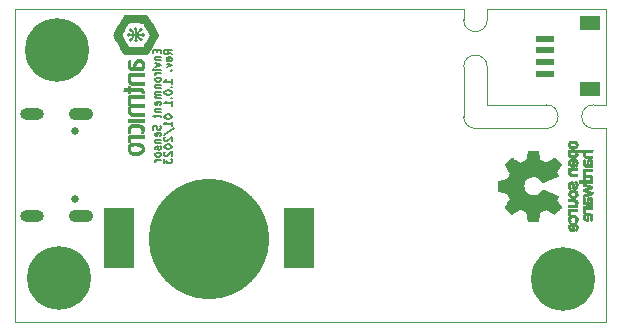
<source format=gbr>
%TF.GenerationSoftware,KiCad,Pcbnew,6.0.10-86aedd382b~118~ubuntu22.04.1*%
%TF.CreationDate,2023-01-11T10:16:45+01:00*%
%TF.ProjectId,nuc-compute-cluster-environment-sensor,6e75632d-636f-46d7-9075-74652d636c75,rev?*%
%TF.SameCoordinates,Original*%
%TF.FileFunction,Soldermask,Bot*%
%TF.FilePolarity,Negative*%
%FSLAX46Y46*%
G04 Gerber Fmt 4.6, Leading zero omitted, Abs format (unit mm)*
G04 Created by KiCad (PCBNEW 6.0.10-86aedd382b~118~ubuntu22.04.1) date 2023-01-11 10:16:45 commit a17aeb8*
%MOMM*%
%LPD*%
G01*
G04 APERTURE LIST*
%TA.AperFunction,Profile*%
%ADD10C,0.100000*%
%TD*%
%ADD11C,0.150000*%
%ADD12C,0.010000*%
%ADD13C,0.130000*%
%ADD14C,0.650000*%
%ADD15O,2.100000X1.050000*%
%ADD16O,2.000000X1.000000*%
%ADD17C,5.400000*%
%ADD18R,1.550000X0.600000*%
%ADD19R,1.800000X1.200000*%
%ADD20C,10.200000*%
%ADD21R,2.500000X5.100000*%
G04 APERTURE END LIST*
D10*
X50000000Y18350000D02*
X50000000Y26500000D01*
X48950000Y18350000D02*
G75*
G03*
X48950000Y16350000I0J-1000000D01*
G01*
X44950000Y16350000D02*
G75*
G03*
X44950000Y18350000I0J1000000D01*
G01*
X50000000Y16350000D02*
X50000000Y0D01*
X39950000Y26500000D02*
X50000000Y26500000D01*
X0Y26500000D02*
X0Y0D01*
X48950000Y16350000D02*
X50000000Y16350000D01*
X37950000Y26500000D02*
X0Y26500000D01*
X37948194Y17351594D02*
G75*
G03*
X38948209Y16351594I1000006J6D01*
G01*
X39950000Y18350000D02*
X44950000Y18350000D01*
X39950000Y18350000D02*
X39950000Y21550000D01*
X37950000Y25550000D02*
X37950000Y26500000D01*
X37950000Y21550000D02*
X37948209Y17351594D01*
X39950000Y21550000D02*
G75*
G03*
X37950000Y21550000I-1000000J0D01*
G01*
X48950000Y18350000D02*
X50000000Y18350000D01*
X39950000Y25550000D02*
X39950000Y26500000D01*
X37950000Y25550000D02*
G75*
G03*
X39950000Y25550000I1000000J0D01*
G01*
X38948209Y16351594D02*
X44950000Y16350000D01*
X0Y0D02*
X50000000Y0D01*
D11*
X11953571Y23004762D02*
X11953571Y22788096D01*
X12294047Y22695239D02*
X12294047Y23004762D01*
X11644047Y23004762D01*
X11644047Y22695239D01*
X11860714Y22416667D02*
X12294047Y22416667D01*
X11922619Y22416667D02*
X11891666Y22385715D01*
X11860714Y22323810D01*
X11860714Y22230953D01*
X11891666Y22169048D01*
X11953571Y22138096D01*
X12294047Y22138096D01*
X11860714Y21890477D02*
X12294047Y21735715D01*
X11860714Y21580953D01*
X12294047Y21333334D02*
X11860714Y21333334D01*
X11644047Y21333334D02*
X11675000Y21364286D01*
X11705952Y21333334D01*
X11675000Y21302381D01*
X11644047Y21333334D01*
X11705952Y21333334D01*
X12294047Y21023810D02*
X11860714Y21023810D01*
X11984523Y21023810D02*
X11922619Y20992858D01*
X11891666Y20961905D01*
X11860714Y20900000D01*
X11860714Y20838096D01*
X12294047Y20528572D02*
X12263095Y20590477D01*
X12232142Y20621429D01*
X12170238Y20652381D01*
X11984523Y20652381D01*
X11922619Y20621429D01*
X11891666Y20590477D01*
X11860714Y20528572D01*
X11860714Y20435715D01*
X11891666Y20373810D01*
X11922619Y20342858D01*
X11984523Y20311905D01*
X12170238Y20311905D01*
X12232142Y20342858D01*
X12263095Y20373810D01*
X12294047Y20435715D01*
X12294047Y20528572D01*
X11860714Y20033334D02*
X12294047Y20033334D01*
X11922619Y20033334D02*
X11891666Y20002381D01*
X11860714Y19940477D01*
X11860714Y19847620D01*
X11891666Y19785715D01*
X11953571Y19754762D01*
X12294047Y19754762D01*
X12294047Y19445239D02*
X11860714Y19445239D01*
X11922619Y19445239D02*
X11891666Y19414286D01*
X11860714Y19352381D01*
X11860714Y19259524D01*
X11891666Y19197620D01*
X11953571Y19166667D01*
X12294047Y19166667D01*
X11953571Y19166667D02*
X11891666Y19135715D01*
X11860714Y19073810D01*
X11860714Y18980953D01*
X11891666Y18919048D01*
X11953571Y18888096D01*
X12294047Y18888096D01*
X12263095Y18330953D02*
X12294047Y18392858D01*
X12294047Y18516667D01*
X12263095Y18578572D01*
X12201190Y18609524D01*
X11953571Y18609524D01*
X11891666Y18578572D01*
X11860714Y18516667D01*
X11860714Y18392858D01*
X11891666Y18330953D01*
X11953571Y18300000D01*
X12015476Y18300000D01*
X12077380Y18609524D01*
X11860714Y18021429D02*
X12294047Y18021429D01*
X11922619Y18021429D02*
X11891666Y17990477D01*
X11860714Y17928572D01*
X11860714Y17835715D01*
X11891666Y17773810D01*
X11953571Y17742858D01*
X12294047Y17742858D01*
X11860714Y17526191D02*
X11860714Y17278572D01*
X11644047Y17433334D02*
X12201190Y17433334D01*
X12263095Y17402381D01*
X12294047Y17340477D01*
X12294047Y17278572D01*
X12263095Y16597620D02*
X12294047Y16504762D01*
X12294047Y16350000D01*
X12263095Y16288096D01*
X12232142Y16257143D01*
X12170238Y16226191D01*
X12108333Y16226191D01*
X12046428Y16257143D01*
X12015476Y16288096D01*
X11984523Y16350000D01*
X11953571Y16473810D01*
X11922619Y16535715D01*
X11891666Y16566667D01*
X11829761Y16597620D01*
X11767857Y16597620D01*
X11705952Y16566667D01*
X11675000Y16535715D01*
X11644047Y16473810D01*
X11644047Y16319048D01*
X11675000Y16226191D01*
X12263095Y15700000D02*
X12294047Y15761905D01*
X12294047Y15885715D01*
X12263095Y15947620D01*
X12201190Y15978572D01*
X11953571Y15978572D01*
X11891666Y15947620D01*
X11860714Y15885715D01*
X11860714Y15761905D01*
X11891666Y15700000D01*
X11953571Y15669048D01*
X12015476Y15669048D01*
X12077380Y15978572D01*
X11860714Y15390477D02*
X12294047Y15390477D01*
X11922619Y15390477D02*
X11891666Y15359524D01*
X11860714Y15297620D01*
X11860714Y15204762D01*
X11891666Y15142858D01*
X11953571Y15111905D01*
X12294047Y15111905D01*
X12263095Y14833334D02*
X12294047Y14771429D01*
X12294047Y14647620D01*
X12263095Y14585715D01*
X12201190Y14554762D01*
X12170238Y14554762D01*
X12108333Y14585715D01*
X12077380Y14647620D01*
X12077380Y14740477D01*
X12046428Y14802381D01*
X11984523Y14833334D01*
X11953571Y14833334D01*
X11891666Y14802381D01*
X11860714Y14740477D01*
X11860714Y14647620D01*
X11891666Y14585715D01*
X12294047Y14183334D02*
X12263095Y14245239D01*
X12232142Y14276191D01*
X12170238Y14307143D01*
X11984523Y14307143D01*
X11922619Y14276191D01*
X11891666Y14245239D01*
X11860714Y14183334D01*
X11860714Y14090477D01*
X11891666Y14028572D01*
X11922619Y13997620D01*
X11984523Y13966667D01*
X12170238Y13966667D01*
X12232142Y13997620D01*
X12263095Y14028572D01*
X12294047Y14090477D01*
X12294047Y14183334D01*
X12294047Y13688096D02*
X11860714Y13688096D01*
X11984523Y13688096D02*
X11922619Y13657143D01*
X11891666Y13626191D01*
X11860714Y13564286D01*
X11860714Y13502381D01*
X13244047Y22610715D02*
X12934523Y22827381D01*
X13244047Y22982143D02*
X12594047Y22982143D01*
X12594047Y22734524D01*
X12625000Y22672620D01*
X12655952Y22641667D01*
X12717857Y22610715D01*
X12810714Y22610715D01*
X12872619Y22641667D01*
X12903571Y22672620D01*
X12934523Y22734524D01*
X12934523Y22982143D01*
X13213095Y22084524D02*
X13244047Y22146429D01*
X13244047Y22270239D01*
X13213095Y22332143D01*
X13151190Y22363096D01*
X12903571Y22363096D01*
X12841666Y22332143D01*
X12810714Y22270239D01*
X12810714Y22146429D01*
X12841666Y22084524D01*
X12903571Y22053572D01*
X12965476Y22053572D01*
X13027380Y22363096D01*
X12810714Y21836905D02*
X13244047Y21682143D01*
X12810714Y21527381D01*
X13182142Y21279762D02*
X13213095Y21248810D01*
X13244047Y21279762D01*
X13213095Y21310715D01*
X13182142Y21279762D01*
X13244047Y21279762D01*
X13244047Y20134524D02*
X13244047Y20505953D01*
X13244047Y20320239D02*
X12594047Y20320239D01*
X12686904Y20382143D01*
X12748809Y20444048D01*
X12779761Y20505953D01*
X13182142Y19855953D02*
X13213095Y19825000D01*
X13244047Y19855953D01*
X13213095Y19886905D01*
X13182142Y19855953D01*
X13244047Y19855953D01*
X12594047Y19422620D02*
X12594047Y19360715D01*
X12625000Y19298810D01*
X12655952Y19267858D01*
X12717857Y19236905D01*
X12841666Y19205953D01*
X12996428Y19205953D01*
X13120238Y19236905D01*
X13182142Y19267858D01*
X13213095Y19298810D01*
X13244047Y19360715D01*
X13244047Y19422620D01*
X13213095Y19484524D01*
X13182142Y19515477D01*
X13120238Y19546429D01*
X12996428Y19577381D01*
X12841666Y19577381D01*
X12717857Y19546429D01*
X12655952Y19515477D01*
X12625000Y19484524D01*
X12594047Y19422620D01*
X13182142Y18927381D02*
X13213095Y18896429D01*
X13244047Y18927381D01*
X13213095Y18958334D01*
X13182142Y18927381D01*
X13244047Y18927381D01*
X13244047Y18277381D02*
X13244047Y18648810D01*
X13244047Y18463096D02*
X12594047Y18463096D01*
X12686904Y18525000D01*
X12748809Y18586905D01*
X12779761Y18648810D01*
X12594047Y17379762D02*
X12594047Y17317858D01*
X12625000Y17255953D01*
X12655952Y17225000D01*
X12717857Y17194048D01*
X12841666Y17163096D01*
X12996428Y17163096D01*
X13120238Y17194048D01*
X13182142Y17225000D01*
X13213095Y17255953D01*
X13244047Y17317858D01*
X13244047Y17379762D01*
X13213095Y17441667D01*
X13182142Y17472620D01*
X13120238Y17503572D01*
X12996428Y17534524D01*
X12841666Y17534524D01*
X12717857Y17503572D01*
X12655952Y17472620D01*
X12625000Y17441667D01*
X12594047Y17379762D01*
X13244047Y16544048D02*
X13244047Y16915477D01*
X13244047Y16729762D02*
X12594047Y16729762D01*
X12686904Y16791667D01*
X12748809Y16853572D01*
X12779761Y16915477D01*
X12563095Y15801191D02*
X13398809Y16358334D01*
X12655952Y15615477D02*
X12625000Y15584524D01*
X12594047Y15522620D01*
X12594047Y15367858D01*
X12625000Y15305953D01*
X12655952Y15275000D01*
X12717857Y15244048D01*
X12779761Y15244048D01*
X12872619Y15275000D01*
X13244047Y15646429D01*
X13244047Y15244048D01*
X12594047Y14841667D02*
X12594047Y14779762D01*
X12625000Y14717858D01*
X12655952Y14686905D01*
X12717857Y14655953D01*
X12841666Y14625000D01*
X12996428Y14625000D01*
X13120238Y14655953D01*
X13182142Y14686905D01*
X13213095Y14717858D01*
X13244047Y14779762D01*
X13244047Y14841667D01*
X13213095Y14903572D01*
X13182142Y14934524D01*
X13120238Y14965477D01*
X12996428Y14996429D01*
X12841666Y14996429D01*
X12717857Y14965477D01*
X12655952Y14934524D01*
X12625000Y14903572D01*
X12594047Y14841667D01*
X12655952Y14377381D02*
X12625000Y14346429D01*
X12594047Y14284524D01*
X12594047Y14129762D01*
X12625000Y14067858D01*
X12655952Y14036905D01*
X12717857Y14005953D01*
X12779761Y14005953D01*
X12872619Y14036905D01*
X13244047Y14408334D01*
X13244047Y14005953D01*
X12594047Y13789286D02*
X12594047Y13386905D01*
X12841666Y13603572D01*
X12841666Y13510715D01*
X12872619Y13448810D01*
X12903571Y13417858D01*
X12965476Y13386905D01*
X13120238Y13386905D01*
X13182142Y13417858D01*
X13213095Y13448810D01*
X13244047Y13510715D01*
X13244047Y13696429D01*
X13213095Y13758334D01*
X13182142Y13789286D01*
%TO.C,REF\u002A\u002A*%
G36*
X47499755Y11875987D02*
G01*
X47513973Y11856494D01*
X47546275Y11801650D01*
X47574109Y11742303D01*
X47590083Y11695335D01*
X47601654Y11626562D01*
X47601807Y11541777D01*
X47589067Y11437806D01*
X47556777Y11344145D01*
X47505486Y11277849D01*
X47435065Y11238760D01*
X47345387Y11226722D01*
X47266497Y11235436D01*
X47201907Y11263408D01*
X47155651Y11313768D01*
X47124888Y11389703D01*
X47106778Y11494400D01*
X47105467Y11506425D01*
X47097106Y11571611D01*
X47088357Y11624490D01*
X47080913Y11654573D01*
X47074920Y11664612D01*
X47044013Y11681584D01*
X47004450Y11678828D01*
X46970105Y11656146D01*
X46962615Y11644236D01*
X46950613Y11594606D01*
X46951420Y11530500D01*
X46964192Y11463653D01*
X46988086Y11405799D01*
X47023954Y11345008D01*
X46968852Y11297854D01*
X46954853Y11286412D01*
X46917353Y11260634D01*
X46891937Y11250022D01*
X46876353Y11261166D01*
X46852026Y11295644D01*
X46825848Y11345428D01*
X46822648Y11352443D01*
X46797548Y11418092D01*
X46785547Y11481372D01*
X46783137Y11559900D01*
X46787879Y11631399D01*
X46812068Y11727909D01*
X46856902Y11798411D01*
X46922681Y11843307D01*
X47009707Y11862999D01*
X47093023Y11859012D01*
X47163297Y11830235D01*
X47215254Y11775048D01*
X47249910Y11692348D01*
X47268279Y11581026D01*
X47277906Y11508692D01*
X47298737Y11442670D01*
X47328904Y11408583D01*
X47368352Y11406526D01*
X47392949Y11420243D01*
X47422101Y11462726D01*
X47435889Y11523117D01*
X47434004Y11593889D01*
X47416133Y11667512D01*
X47381967Y11736457D01*
X47336477Y11805197D01*
X47458835Y11926119D01*
X47499755Y11875987D01*
G37*
D12*
X47499755Y11875987D02*
X47513973Y11856494D01*
X47546275Y11801650D01*
X47574109Y11742303D01*
X47590083Y11695335D01*
X47601654Y11626562D01*
X47601807Y11541777D01*
X47589067Y11437806D01*
X47556777Y11344145D01*
X47505486Y11277849D01*
X47435065Y11238760D01*
X47345387Y11226722D01*
X47266497Y11235436D01*
X47201907Y11263408D01*
X47155651Y11313768D01*
X47124888Y11389703D01*
X47106778Y11494400D01*
X47105467Y11506425D01*
X47097106Y11571611D01*
X47088357Y11624490D01*
X47080913Y11654573D01*
X47074920Y11664612D01*
X47044013Y11681584D01*
X47004450Y11678828D01*
X46970105Y11656146D01*
X46962615Y11644236D01*
X46950613Y11594606D01*
X46951420Y11530500D01*
X46964192Y11463653D01*
X46988086Y11405799D01*
X47023954Y11345008D01*
X46968852Y11297854D01*
X46954853Y11286412D01*
X46917353Y11260634D01*
X46891937Y11250022D01*
X46876353Y11261166D01*
X46852026Y11295644D01*
X46825848Y11345428D01*
X46822648Y11352443D01*
X46797548Y11418092D01*
X46785547Y11481372D01*
X46783137Y11559900D01*
X46787879Y11631399D01*
X46812068Y11727909D01*
X46856902Y11798411D01*
X46922681Y11843307D01*
X47009707Y11862999D01*
X47093023Y11859012D01*
X47163297Y11830235D01*
X47215254Y11775048D01*
X47249910Y11692348D01*
X47268279Y11581026D01*
X47277906Y11508692D01*
X47298737Y11442670D01*
X47328904Y11408583D01*
X47368352Y11406526D01*
X47392949Y11420243D01*
X47422101Y11462726D01*
X47435889Y11523117D01*
X47434004Y11593889D01*
X47416133Y11667512D01*
X47381967Y11736457D01*
X47336477Y11805197D01*
X47458835Y11926119D01*
X47499755Y11875987D01*
G36*
X47300001Y11140320D02*
G01*
X47400965Y11119714D01*
X47478007Y11082857D01*
X47536201Y11026761D01*
X47580617Y10948434D01*
X47591188Y10918023D01*
X47604377Y10839263D01*
X47604018Y10756384D01*
X47589531Y10686450D01*
X47589005Y10685076D01*
X47555852Y10628718D01*
X47504530Y10571780D01*
X47445840Y10524535D01*
X47390584Y10497255D01*
X47350193Y10489169D01*
X47274569Y10482246D01*
X47188442Y10480763D01*
X47102719Y10484478D01*
X47028305Y10493145D01*
X46976106Y10506522D01*
X46917006Y10537679D01*
X46844340Y10603808D01*
X46798310Y10688331D01*
X46780090Y10788734D01*
X46781787Y10806663D01*
X46957143Y10806663D01*
X46970197Y10746689D01*
X47007951Y10696891D01*
X47068349Y10665345D01*
X47120502Y10654358D01*
X47207161Y10649442D01*
X47288014Y10659507D01*
X47354451Y10683151D01*
X47397862Y10718973D01*
X47405316Y10732551D01*
X47418864Y10784327D01*
X47421651Y10844213D01*
X47412237Y10894596D01*
X47398736Y10914260D01*
X47351523Y10941862D01*
X47277630Y10959230D01*
X47180663Y10965264D01*
X47152750Y10965167D01*
X47096190Y10963071D01*
X47059294Y10956100D01*
X47032031Y10941475D01*
X47004372Y10916418D01*
X46970849Y10868736D01*
X46957143Y10806663D01*
X46781787Y10806663D01*
X46790858Y10902505D01*
X46795445Y10921435D01*
X46835000Y11009595D01*
X46899941Y11076028D01*
X46990271Y11120735D01*
X47105994Y11143718D01*
X47180663Y11144387D01*
X47247116Y11144982D01*
X47300001Y11140320D01*
G37*
X47300001Y11140320D02*
X47400965Y11119714D01*
X47478007Y11082857D01*
X47536201Y11026761D01*
X47580617Y10948434D01*
X47591188Y10918023D01*
X47604377Y10839263D01*
X47604018Y10756384D01*
X47589531Y10686450D01*
X47589005Y10685076D01*
X47555852Y10628718D01*
X47504530Y10571780D01*
X47445840Y10524535D01*
X47390584Y10497255D01*
X47350193Y10489169D01*
X47274569Y10482246D01*
X47188442Y10480763D01*
X47102719Y10484478D01*
X47028305Y10493145D01*
X46976106Y10506522D01*
X46917006Y10537679D01*
X46844340Y10603808D01*
X46798310Y10688331D01*
X46780090Y10788734D01*
X46781787Y10806663D01*
X46957143Y10806663D01*
X46970197Y10746689D01*
X47007951Y10696891D01*
X47068349Y10665345D01*
X47120502Y10654358D01*
X47207161Y10649442D01*
X47288014Y10659507D01*
X47354451Y10683151D01*
X47397862Y10718973D01*
X47405316Y10732551D01*
X47418864Y10784327D01*
X47421651Y10844213D01*
X47412237Y10894596D01*
X47398736Y10914260D01*
X47351523Y10941862D01*
X47277630Y10959230D01*
X47180663Y10965264D01*
X47152750Y10965167D01*
X47096190Y10963071D01*
X47059294Y10956100D01*
X47032031Y10941475D01*
X47004372Y10916418D01*
X46970849Y10868736D01*
X46957143Y10806663D01*
X46781787Y10806663D01*
X46790858Y10902505D01*
X46795445Y10921435D01*
X46835000Y11009595D01*
X46899941Y11076028D01*
X46990271Y11120735D01*
X47105994Y11143718D01*
X47180663Y11144387D01*
X47247116Y11144982D01*
X47300001Y11140320D01*
G36*
X48585101Y12415868D02*
G01*
X48634866Y12411608D01*
X48639427Y12410878D01*
X48721004Y12382206D01*
X48790165Y12329846D01*
X48837021Y12261158D01*
X48856416Y12187396D01*
X48854911Y12096668D01*
X48828906Y12013205D01*
X48817932Y11991465D01*
X48806174Y11963510D01*
X48809832Y11952872D01*
X48828906Y11951185D01*
X48838418Y11950410D01*
X48852485Y11940407D01*
X48858962Y11912623D01*
X48860526Y11859277D01*
X48860526Y11767369D01*
X47724210Y11767369D01*
X47724210Y11951185D01*
X48113732Y11951185D01*
X48082920Y11985232D01*
X48063769Y12018014D01*
X48047760Y12080059D01*
X48045224Y12115722D01*
X48215301Y12115722D01*
X48219124Y12057600D01*
X48242802Y12005653D01*
X48285929Y11970063D01*
X48289556Y11968592D01*
X48330026Y11959767D01*
X48390499Y11953542D01*
X48459328Y11951185D01*
X48528832Y11952502D01*
X48575106Y11957848D01*
X48606807Y11969262D01*
X48633373Y11988783D01*
X48672873Y12040329D01*
X48686115Y12100650D01*
X48669740Y12159144D01*
X48624060Y12208410D01*
X48590634Y12221432D01*
X48531441Y12231051D01*
X48459626Y12235280D01*
X48385967Y12233948D01*
X48321239Y12226884D01*
X48276222Y12213917D01*
X48268840Y12209774D01*
X48231738Y12169840D01*
X48215301Y12115722D01*
X48045224Y12115722D01*
X48042602Y12152589D01*
X48048935Y12223419D01*
X48067400Y12280368D01*
X48093666Y12321128D01*
X48138412Y12363113D01*
X48198588Y12391370D01*
X48279988Y12408355D01*
X48388405Y12416528D01*
X48432230Y12417729D01*
X48459626Y12417816D01*
X48513659Y12417986D01*
X48585101Y12415868D01*
G37*
X48585101Y12415868D02*
X48634866Y12411608D01*
X48639427Y12410878D01*
X48721004Y12382206D01*
X48790165Y12329846D01*
X48837021Y12261158D01*
X48856416Y12187396D01*
X48854911Y12096668D01*
X48828906Y12013205D01*
X48817932Y11991465D01*
X48806174Y11963510D01*
X48809832Y11952872D01*
X48828906Y11951185D01*
X48838418Y11950410D01*
X48852485Y11940407D01*
X48858962Y11912623D01*
X48860526Y11859277D01*
X48860526Y11767369D01*
X47724210Y11767369D01*
X47724210Y11951185D01*
X48113732Y11951185D01*
X48082920Y11985232D01*
X48063769Y12018014D01*
X48047760Y12080059D01*
X48045224Y12115722D01*
X48215301Y12115722D01*
X48219124Y12057600D01*
X48242802Y12005653D01*
X48285929Y11970063D01*
X48289556Y11968592D01*
X48330026Y11959767D01*
X48390499Y11953542D01*
X48459328Y11951185D01*
X48528832Y11952502D01*
X48575106Y11957848D01*
X48606807Y11969262D01*
X48633373Y11988783D01*
X48672873Y12040329D01*
X48686115Y12100650D01*
X48669740Y12159144D01*
X48624060Y12208410D01*
X48590634Y12221432D01*
X48531441Y12231051D01*
X48459626Y12235280D01*
X48385967Y12233948D01*
X48321239Y12226884D01*
X48276222Y12213917D01*
X48268840Y12209774D01*
X48231738Y12169840D01*
X48215301Y12115722D01*
X48045224Y12115722D01*
X48042602Y12152589D01*
X48048935Y12223419D01*
X48067400Y12280368D01*
X48093666Y12321128D01*
X48138412Y12363113D01*
X48198588Y12391370D01*
X48279988Y12408355D01*
X48388405Y12416528D01*
X48432230Y12417729D01*
X48459626Y12417816D01*
X48513659Y12417986D01*
X48585101Y12415868D01*
G36*
X48860526Y9561579D02*
G01*
X48593944Y9561579D01*
X48578640Y9561557D01*
X48471060Y9559989D01*
X48383427Y9556141D01*
X48320224Y9550287D01*
X48285929Y9542701D01*
X48272982Y9535736D01*
X48232378Y9492860D01*
X48214404Y9434458D01*
X48222789Y9370686D01*
X48228472Y9355044D01*
X48238517Y9321721D01*
X48235398Y9298947D01*
X48214979Y9276031D01*
X48173127Y9242283D01*
X48104017Y9187547D01*
X48072864Y9226020D01*
X48054112Y9262592D01*
X48041447Y9326833D01*
X48041033Y9399240D01*
X48052716Y9467063D01*
X48076344Y9517550D01*
X48110978Y9561579D01*
X48076344Y9561579D01*
X48063194Y9562676D01*
X48049252Y9572885D01*
X48043094Y9600493D01*
X48041710Y9653487D01*
X48041710Y9745395D01*
X48860526Y9745395D01*
X48860526Y9561579D01*
G37*
X48860526Y9561579D02*
X48593944Y9561579D01*
X48578640Y9561557D01*
X48471060Y9559989D01*
X48383427Y9556141D01*
X48320224Y9550287D01*
X48285929Y9542701D01*
X48272982Y9535736D01*
X48232378Y9492860D01*
X48214404Y9434458D01*
X48222789Y9370686D01*
X48228472Y9355044D01*
X48238517Y9321721D01*
X48235398Y9298947D01*
X48214979Y9276031D01*
X48173127Y9242283D01*
X48104017Y9187547D01*
X48072864Y9226020D01*
X48054112Y9262592D01*
X48041447Y9326833D01*
X48041033Y9399240D01*
X48052716Y9467063D01*
X48076344Y9517550D01*
X48110978Y9561579D01*
X48076344Y9561579D01*
X48063194Y9562676D01*
X48049252Y9572885D01*
X48043094Y9600493D01*
X48041710Y9653487D01*
X48041710Y9745395D01*
X48860526Y9745395D01*
X48860526Y9561579D01*
G36*
X48073692Y11692562D02*
G01*
X48114734Y11679241D01*
X48179736Y11658384D01*
X48264048Y11631479D01*
X48363022Y11600012D01*
X48472006Y11565469D01*
X48860526Y11442505D01*
X48860526Y11288689D01*
X48614046Y11216213D01*
X48568785Y11202830D01*
X48486502Y11178096D01*
X48417940Y11156962D01*
X48369225Y11141329D01*
X48346483Y11133102D01*
X48344787Y11130758D01*
X48359456Y11119351D01*
X48398248Y11103065D01*
X48455102Y11084606D01*
X48458441Y11083631D01*
X48542347Y11058917D01*
X48637351Y11030641D01*
X48723528Y11004730D01*
X48862253Y10962714D01*
X48852171Y10807750D01*
X48626579Y10735987D01*
X48527454Y10704480D01*
X48416281Y10669187D01*
X48309704Y10635393D01*
X48221349Y10607418D01*
X48041710Y10550613D01*
X48041710Y10740656D01*
X48212993Y10786720D01*
X48258251Y10798965D01*
X48342625Y10822125D01*
X48419384Y10843572D01*
X48476184Y10859876D01*
X48568092Y10886969D01*
X48309079Y10973374D01*
X48050066Y11059780D01*
X48045104Y11125870D01*
X48040143Y11191959D01*
X48304107Y11278063D01*
X48371510Y11300655D01*
X48446127Y11327379D01*
X48502654Y11349696D01*
X48536486Y11365759D01*
X48543016Y11373724D01*
X48537337Y11375646D01*
X48502507Y11386049D01*
X48444335Y11402619D01*
X48369333Y11423516D01*
X48284013Y11446900D01*
X48050066Y11510518D01*
X48044990Y11607655D01*
X48044584Y11615854D01*
X48044046Y11668235D01*
X48049423Y11693406D01*
X48061701Y11696612D01*
X48073692Y11692562D01*
G37*
X48073692Y11692562D02*
X48114734Y11679241D01*
X48179736Y11658384D01*
X48264048Y11631479D01*
X48363022Y11600012D01*
X48472006Y11565469D01*
X48860526Y11442505D01*
X48860526Y11288689D01*
X48614046Y11216213D01*
X48568785Y11202830D01*
X48486502Y11178096D01*
X48417940Y11156962D01*
X48369225Y11141329D01*
X48346483Y11133102D01*
X48344787Y11130758D01*
X48359456Y11119351D01*
X48398248Y11103065D01*
X48455102Y11084606D01*
X48458441Y11083631D01*
X48542347Y11058917D01*
X48637351Y11030641D01*
X48723528Y11004730D01*
X48862253Y10962714D01*
X48852171Y10807750D01*
X48626579Y10735987D01*
X48527454Y10704480D01*
X48416281Y10669187D01*
X48309704Y10635393D01*
X48221349Y10607418D01*
X48041710Y10550613D01*
X48041710Y10740656D01*
X48212993Y10786720D01*
X48258251Y10798965D01*
X48342625Y10822125D01*
X48419384Y10843572D01*
X48476184Y10859876D01*
X48568092Y10886969D01*
X48309079Y10973374D01*
X48050066Y11059780D01*
X48045104Y11125870D01*
X48040143Y11191959D01*
X48304107Y11278063D01*
X48371510Y11300655D01*
X48446127Y11327379D01*
X48502654Y11349696D01*
X48536486Y11365759D01*
X48543016Y11373724D01*
X48537337Y11375646D01*
X48502507Y11386049D01*
X48444335Y11402619D01*
X48369333Y11423516D01*
X48284013Y11446900D01*
X48050066Y11510518D01*
X48044990Y11607655D01*
X48044584Y11615854D01*
X48044046Y11668235D01*
X48049423Y11693406D01*
X48061701Y11696612D01*
X48073692Y11692562D01*
G36*
X48640000Y13768722D02*
G01*
X48725846Y13748360D01*
X48790412Y13703067D01*
X48836937Y13630593D01*
X48848256Y13593140D01*
X48857078Y13528990D01*
X48859185Y13458840D01*
X48854330Y13395548D01*
X48842268Y13351976D01*
X48832606Y13325512D01*
X48842268Y13299601D01*
X48847866Y13290123D01*
X48856943Y13252294D01*
X48860526Y13201132D01*
X48860526Y13120922D01*
X48537142Y13120922D01*
X48509176Y13120928D01*
X48403767Y13121232D01*
X48325401Y13122376D01*
X48268871Y13124877D01*
X48228970Y13129256D01*
X48200492Y13136032D01*
X48178230Y13145725D01*
X48156978Y13158853D01*
X48107180Y13201084D01*
X48069160Y13260930D01*
X48048184Y13339543D01*
X48041736Y13443136D01*
X48041743Y13446503D01*
X48044995Y13518513D01*
X48053103Y13582966D01*
X48064470Y13626952D01*
X48070166Y13639010D01*
X48094289Y13677391D01*
X48122960Y13712124D01*
X48148760Y13734977D01*
X48164273Y13737716D01*
X48168465Y13732370D01*
X48213218Y13674127D01*
X48239613Y13635181D01*
X48250262Y13609431D01*
X48247780Y13590772D01*
X48234782Y13573101D01*
X48218556Y13540490D01*
X48207737Y13485533D01*
X48204931Y13423420D01*
X48210642Y13367217D01*
X48225376Y13329984D01*
X48227169Y13328025D01*
X48260850Y13311294D01*
X48311125Y13304737D01*
X48375921Y13304737D01*
X48509605Y13304737D01*
X48573857Y13304737D01*
X48622753Y13310915D01*
X48665765Y13335297D01*
X48675074Y13349249D01*
X48689583Y13399051D01*
X48693205Y13461225D01*
X48685845Y13522196D01*
X48667408Y13568388D01*
X48643030Y13591399D01*
X48599713Y13605527D01*
X48565376Y13592998D01*
X48535520Y13551582D01*
X48516366Y13485005D01*
X48509605Y13397182D01*
X48509605Y13304737D01*
X48375921Y13304737D01*
X48375983Y13459310D01*
X48377107Y13530314D01*
X48381996Y13590082D01*
X48392055Y13632837D01*
X48408665Y13667380D01*
X48413767Y13675419D01*
X48469847Y13733576D01*
X48544004Y13764510D01*
X48599713Y13767125D01*
X48637796Y13768912D01*
X48640000Y13768722D01*
G37*
X48640000Y13768722D02*
X48725846Y13748360D01*
X48790412Y13703067D01*
X48836937Y13630593D01*
X48848256Y13593140D01*
X48857078Y13528990D01*
X48859185Y13458840D01*
X48854330Y13395548D01*
X48842268Y13351976D01*
X48832606Y13325512D01*
X48842268Y13299601D01*
X48847866Y13290123D01*
X48856943Y13252294D01*
X48860526Y13201132D01*
X48860526Y13120922D01*
X48537142Y13120922D01*
X48509176Y13120928D01*
X48403767Y13121232D01*
X48325401Y13122376D01*
X48268871Y13124877D01*
X48228970Y13129256D01*
X48200492Y13136032D01*
X48178230Y13145725D01*
X48156978Y13158853D01*
X48107180Y13201084D01*
X48069160Y13260930D01*
X48048184Y13339543D01*
X48041736Y13443136D01*
X48041743Y13446503D01*
X48044995Y13518513D01*
X48053103Y13582966D01*
X48064470Y13626952D01*
X48070166Y13639010D01*
X48094289Y13677391D01*
X48122960Y13712124D01*
X48148760Y13734977D01*
X48164273Y13737716D01*
X48168465Y13732370D01*
X48213218Y13674127D01*
X48239613Y13635181D01*
X48250262Y13609431D01*
X48247780Y13590772D01*
X48234782Y13573101D01*
X48218556Y13540490D01*
X48207737Y13485533D01*
X48204931Y13423420D01*
X48210642Y13367217D01*
X48225376Y13329984D01*
X48227169Y13328025D01*
X48260850Y13311294D01*
X48311125Y13304737D01*
X48375921Y13304737D01*
X48509605Y13304737D01*
X48573857Y13304737D01*
X48622753Y13310915D01*
X48665765Y13335297D01*
X48675074Y13349249D01*
X48689583Y13399051D01*
X48693205Y13461225D01*
X48685845Y13522196D01*
X48667408Y13568388D01*
X48643030Y13591399D01*
X48599713Y13605527D01*
X48565376Y13592998D01*
X48535520Y13551582D01*
X48516366Y13485005D01*
X48509605Y13397182D01*
X48509605Y13304737D01*
X48375921Y13304737D01*
X48375983Y13459310D01*
X48377107Y13530314D01*
X48381996Y13590082D01*
X48392055Y13632837D01*
X48408665Y13667380D01*
X48413767Y13675419D01*
X48469847Y13733576D01*
X48544004Y13764510D01*
X48599713Y13767125D01*
X48637796Y13768912D01*
X48640000Y13768722D01*
G36*
X47590526Y9361053D02*
G01*
X47037483Y9361053D01*
X46995134Y9315358D01*
X46983098Y9301082D01*
X46962534Y9258558D01*
X46961710Y9206192D01*
X46979856Y9134889D01*
X46981005Y9110852D01*
X46963402Y9082656D01*
X46921562Y9045126D01*
X46898419Y9026921D01*
X46865742Y9005391D01*
X46844942Y9002073D01*
X46827395Y9014128D01*
X46805206Y9051135D01*
X46787645Y9108612D01*
X46778938Y9170972D01*
X46782216Y9223684D01*
X46795005Y9264650D01*
X46816261Y9315099D01*
X46827684Y9339526D01*
X46829749Y9357155D01*
X46813916Y9361053D01*
X46813468Y9361057D01*
X46798351Y9369312D01*
X46790603Y9397781D01*
X46788421Y9452961D01*
X46788421Y9544869D01*
X47590526Y9544869D01*
X47590526Y9361053D01*
G37*
X47590526Y9361053D02*
X47037483Y9361053D01*
X46995134Y9315358D01*
X46983098Y9301082D01*
X46962534Y9258558D01*
X46961710Y9206192D01*
X46979856Y9134889D01*
X46981005Y9110852D01*
X46963402Y9082656D01*
X46921562Y9045126D01*
X46898419Y9026921D01*
X46865742Y9005391D01*
X46844942Y9002073D01*
X46827395Y9014128D01*
X46805206Y9051135D01*
X46787645Y9108612D01*
X46778938Y9170972D01*
X46782216Y9223684D01*
X46795005Y9264650D01*
X46816261Y9315099D01*
X46827684Y9339526D01*
X46829749Y9357155D01*
X46813916Y9361053D01*
X46813468Y9361057D01*
X46798351Y9369312D01*
X46790603Y9397781D01*
X46788421Y9452961D01*
X46788421Y9544869D01*
X47590526Y9544869D01*
X47590526Y9361053D01*
G36*
X47590526Y12803422D02*
G01*
X47314043Y12803422D01*
X47220680Y12803296D01*
X47143988Y12802436D01*
X47090322Y12800137D01*
X47054212Y12795690D01*
X47030191Y12788390D01*
X47012791Y12777530D01*
X46996543Y12762405D01*
X46979261Y12741801D01*
X46956042Y12682555D01*
X46962857Y12620366D01*
X46999581Y12563398D01*
X47016673Y12547115D01*
X47033971Y12535426D01*
X47056990Y12527586D01*
X47091271Y12522827D01*
X47142353Y12520379D01*
X47215777Y12519473D01*
X47317081Y12519343D01*
X47590526Y12519343D01*
X47590526Y12335527D01*
X47293914Y12335894D01*
X47280702Y12335919D01*
X47154535Y12337513D01*
X47056528Y12342408D01*
X46981915Y12351864D01*
X46925931Y12367139D01*
X46883809Y12389490D01*
X46850784Y12420175D01*
X46822090Y12460454D01*
X46802226Y12502043D01*
X46784178Y12585800D01*
X46786840Y12672937D01*
X46810773Y12749112D01*
X46827040Y12782699D01*
X46828720Y12799592D01*
X46813916Y12803422D01*
X46813468Y12803425D01*
X46798351Y12811680D01*
X46790603Y12840149D01*
X46788421Y12895329D01*
X46788421Y12987237D01*
X47590526Y12987237D01*
X47590526Y12803422D01*
G37*
X47590526Y12803422D02*
X47314043Y12803422D01*
X47220680Y12803296D01*
X47143988Y12802436D01*
X47090322Y12800137D01*
X47054212Y12795690D01*
X47030191Y12788390D01*
X47012791Y12777530D01*
X46996543Y12762405D01*
X46979261Y12741801D01*
X46956042Y12682555D01*
X46962857Y12620366D01*
X46999581Y12563398D01*
X47016673Y12547115D01*
X47033971Y12535426D01*
X47056990Y12527586D01*
X47091271Y12522827D01*
X47142353Y12520379D01*
X47215777Y12519473D01*
X47317081Y12519343D01*
X47590526Y12519343D01*
X47590526Y12335527D01*
X47293914Y12335894D01*
X47280702Y12335919D01*
X47154535Y12337513D01*
X47056528Y12342408D01*
X46981915Y12351864D01*
X46925931Y12367139D01*
X46883809Y12389490D01*
X46850784Y12420175D01*
X46822090Y12460454D01*
X46802226Y12502043D01*
X46784178Y12585800D01*
X46786840Y12672937D01*
X46810773Y12749112D01*
X46827040Y12782699D01*
X46828720Y12799592D01*
X46813916Y12803422D01*
X46813468Y12803425D01*
X46798351Y12811680D01*
X46790603Y12840149D01*
X46788421Y12895329D01*
X46788421Y12987237D01*
X47590526Y12987237D01*
X47590526Y12803422D01*
G36*
X47250569Y9019234D02*
G01*
X47342488Y9006764D01*
X47415066Y8981843D01*
X47465650Y8951073D01*
X47537310Y8883344D01*
X47582862Y8798657D01*
X47601282Y8726202D01*
X47603293Y8615875D01*
X47575513Y8510302D01*
X47519142Y8416682D01*
X47469196Y8356088D01*
X47412887Y8410664D01*
X47379530Y8445144D01*
X47360958Y8476332D01*
X47365047Y8505250D01*
X47390000Y8542237D01*
X47399768Y8556985D01*
X47419762Y8619291D01*
X47419749Y8690903D01*
X47399143Y8757950D01*
X47382595Y8783196D01*
X47333730Y8820228D01*
X47261958Y8838792D01*
X47164136Y8839987D01*
X47164081Y8839983D01*
X47076562Y8826171D01*
X47015881Y8795744D01*
X46978345Y8745676D01*
X46960261Y8672941D01*
X46957829Y8627137D01*
X46967789Y8587116D01*
X46996642Y8546070D01*
X47041336Y8492954D01*
X46987279Y8425688D01*
X46966570Y8401113D01*
X46936899Y8370416D01*
X46919413Y8358422D01*
X46911533Y8362669D01*
X46887340Y8387135D01*
X46856571Y8426110D01*
X46836549Y8456605D01*
X46795419Y8553424D01*
X46781057Y8654457D01*
X46792247Y8753610D01*
X46827771Y8844791D01*
X46886413Y8921907D01*
X46966956Y8978864D01*
X46975169Y8982710D01*
X47055267Y9007130D01*
X47150948Y9019330D01*
X47250569Y9019234D01*
G37*
X47250569Y9019234D02*
X47342488Y9006764D01*
X47415066Y8981843D01*
X47465650Y8951073D01*
X47537310Y8883344D01*
X47582862Y8798657D01*
X47601282Y8726202D01*
X47603293Y8615875D01*
X47575513Y8510302D01*
X47519142Y8416682D01*
X47469196Y8356088D01*
X47412887Y8410664D01*
X47379530Y8445144D01*
X47360958Y8476332D01*
X47365047Y8505250D01*
X47390000Y8542237D01*
X47399768Y8556985D01*
X47419762Y8619291D01*
X47419749Y8690903D01*
X47399143Y8757950D01*
X47382595Y8783196D01*
X47333730Y8820228D01*
X47261958Y8838792D01*
X47164136Y8839987D01*
X47164081Y8839983D01*
X47076562Y8826171D01*
X47015881Y8795744D01*
X46978345Y8745676D01*
X46960261Y8672941D01*
X46957829Y8627137D01*
X46967789Y8587116D01*
X46996642Y8546070D01*
X47041336Y8492954D01*
X46987279Y8425688D01*
X46966570Y8401113D01*
X46936899Y8370416D01*
X46919413Y8358422D01*
X46911533Y8362669D01*
X46887340Y8387135D01*
X46856571Y8426110D01*
X46836549Y8456605D01*
X46795419Y8553424D01*
X46781057Y8654457D01*
X46792247Y8753610D01*
X46827771Y8844791D01*
X46886413Y8921907D01*
X46966956Y8978864D01*
X46975169Y8982710D01*
X47055267Y9007130D01*
X47150948Y9019330D01*
X47250569Y9019234D01*
G36*
X48860526Y12786711D02*
G01*
X48602601Y12786711D01*
X48542605Y12786526D01*
X48443237Y12784626D01*
X48369673Y12779816D01*
X48316827Y12771052D01*
X48279614Y12757290D01*
X48252949Y12737487D01*
X48231746Y12710600D01*
X48215947Y12681248D01*
X48211467Y12646491D01*
X48221429Y12597058D01*
X48225576Y12581173D01*
X48231818Y12541520D01*
X48222875Y12513167D01*
X48195195Y12480306D01*
X48189175Y12474070D01*
X48151937Y12439594D01*
X48121660Y12417361D01*
X48114366Y12414311D01*
X48087432Y12420354D01*
X48065898Y12450998D01*
X48050786Y12499363D01*
X48043114Y12558566D01*
X48043904Y12621728D01*
X48054175Y12681967D01*
X48074948Y12732402D01*
X48084648Y12748388D01*
X48098845Y12775302D01*
X48095594Y12785264D01*
X48074886Y12786711D01*
X48067451Y12787050D01*
X48050982Y12795112D01*
X48043486Y12820119D01*
X48041710Y12870264D01*
X48041710Y12953816D01*
X48860526Y12953816D01*
X48860526Y12786711D01*
G37*
X48860526Y12786711D02*
X48602601Y12786711D01*
X48542605Y12786526D01*
X48443237Y12784626D01*
X48369673Y12779816D01*
X48316827Y12771052D01*
X48279614Y12757290D01*
X48252949Y12737487D01*
X48231746Y12710600D01*
X48215947Y12681248D01*
X48211467Y12646491D01*
X48221429Y12597058D01*
X48225576Y12581173D01*
X48231818Y12541520D01*
X48222875Y12513167D01*
X48195195Y12480306D01*
X48189175Y12474070D01*
X48151937Y12439594D01*
X48121660Y12417361D01*
X48114366Y12414311D01*
X48087432Y12420354D01*
X48065898Y12450998D01*
X48050786Y12499363D01*
X48043114Y12558566D01*
X48043904Y12621728D01*
X48054175Y12681967D01*
X48074948Y12732402D01*
X48084648Y12748388D01*
X48098845Y12775302D01*
X48095594Y12785264D01*
X48074886Y12786711D01*
X48067451Y12787050D01*
X48050982Y12795112D01*
X48043486Y12820119D01*
X48041710Y12870264D01*
X48041710Y12953816D01*
X48860526Y12953816D01*
X48860526Y12786711D01*
G36*
X47263529Y8334216D02*
G01*
X47266044Y8333936D01*
X47383405Y8309909D01*
X47474652Y8266499D01*
X47541791Y8202353D01*
X47586824Y8116119D01*
X47591974Y8100289D01*
X47607151Y8002173D01*
X47598688Y7900698D01*
X47568445Y7806359D01*
X47518285Y7729649D01*
X47465197Y7672190D01*
X47416904Y7733266D01*
X47368611Y7794341D01*
X47404371Y7867947D01*
X47433347Y7953115D01*
X47434215Y8028301D01*
X47407592Y8089816D01*
X47354155Y8134083D01*
X47322136Y8149952D01*
X47294771Y8158811D01*
X47276285Y8153685D01*
X47264938Y8130687D01*
X47258987Y8085931D01*
X47256693Y8015529D01*
X47256316Y7915593D01*
X47256316Y7673290D01*
X47140430Y7673290D01*
X47079138Y7675471D01*
X47018496Y7681876D01*
X46977502Y7691025D01*
X46961852Y7697695D01*
X46892149Y7746243D01*
X46834013Y7816391D01*
X46795949Y7898426D01*
X46785554Y7941216D01*
X46784313Y7967951D01*
X46948105Y7967951D01*
X46967815Y7926458D01*
X47012668Y7879440D01*
X47068322Y7849545D01*
X47074245Y7847794D01*
X47089555Y7845706D01*
X47098912Y7853900D01*
X47103783Y7878160D01*
X47105630Y7924272D01*
X47105921Y7998019D01*
X47105457Y8037566D01*
X47102388Y8099971D01*
X47097013Y8142303D01*
X47089997Y8157895D01*
X47064108Y8153906D01*
X47014570Y8125788D01*
X46973875Y8078932D01*
X46949295Y8023074D01*
X46948105Y7967951D01*
X46784313Y7967951D01*
X46780822Y8043170D01*
X46804893Y8134015D01*
X46855088Y8211253D01*
X46928727Y8272389D01*
X47023133Y8314926D01*
X47089997Y8327671D01*
X47135627Y8336367D01*
X47263529Y8334216D01*
G37*
X47263529Y8334216D02*
X47266044Y8333936D01*
X47383405Y8309909D01*
X47474652Y8266499D01*
X47541791Y8202353D01*
X47586824Y8116119D01*
X47591974Y8100289D01*
X47607151Y8002173D01*
X47598688Y7900698D01*
X47568445Y7806359D01*
X47518285Y7729649D01*
X47465197Y7672190D01*
X47416904Y7733266D01*
X47368611Y7794341D01*
X47404371Y7867947D01*
X47433347Y7953115D01*
X47434215Y8028301D01*
X47407592Y8089816D01*
X47354155Y8134083D01*
X47322136Y8149952D01*
X47294771Y8158811D01*
X47276285Y8153685D01*
X47264938Y8130687D01*
X47258987Y8085931D01*
X47256693Y8015529D01*
X47256316Y7915593D01*
X47256316Y7673290D01*
X47140430Y7673290D01*
X47079138Y7675471D01*
X47018496Y7681876D01*
X46977502Y7691025D01*
X46961852Y7697695D01*
X46892149Y7746243D01*
X46834013Y7816391D01*
X46795949Y7898426D01*
X46785554Y7941216D01*
X46784313Y7967951D01*
X46948105Y7967951D01*
X46967815Y7926458D01*
X47012668Y7879440D01*
X47068322Y7849545D01*
X47074245Y7847794D01*
X47089555Y7845706D01*
X47098912Y7853900D01*
X47103783Y7878160D01*
X47105630Y7924272D01*
X47105921Y7998019D01*
X47105457Y8037566D01*
X47102388Y8099971D01*
X47097013Y8142303D01*
X47089997Y8157895D01*
X47064108Y8153906D01*
X47014570Y8125788D01*
X46973875Y8078932D01*
X46949295Y8023074D01*
X46948105Y7967951D01*
X46784313Y7967951D01*
X46780822Y8043170D01*
X46804893Y8134015D01*
X46855088Y8211253D01*
X46928727Y8272389D01*
X47023133Y8314926D01*
X47089997Y8327671D01*
X47135627Y8336367D01*
X47263529Y8334216D01*
G36*
X43883128Y14475749D02*
G01*
X43980793Y14473945D01*
X44068304Y14470766D01*
X44139869Y14466219D01*
X44189696Y14460306D01*
X44211993Y14453031D01*
X44214508Y14448617D01*
X44225296Y14415694D01*
X44239569Y14358582D01*
X44255764Y14283882D01*
X44272319Y14198196D01*
X44277592Y14169285D01*
X44302113Y14035755D01*
X44321821Y13930813D01*
X44337531Y13850820D01*
X44350062Y13792139D01*
X44360229Y13751132D01*
X44368851Y13724161D01*
X44376745Y13707588D01*
X44384727Y13697775D01*
X44386067Y13696635D01*
X44413997Y13680588D01*
X44465104Y13656843D01*
X44533392Y13627701D01*
X44612866Y13595463D01*
X44697529Y13562430D01*
X44781387Y13530904D01*
X44858444Y13503186D01*
X44922704Y13481577D01*
X44968172Y13468379D01*
X44988852Y13465893D01*
X44991535Y13467555D01*
X45017484Y13484765D01*
X45065345Y13517130D01*
X45130710Y13561650D01*
X45209170Y13615323D01*
X45296315Y13675149D01*
X45320292Y13691567D01*
X45406295Y13749303D01*
X45483211Y13799200D01*
X45546477Y13838409D01*
X45591532Y13864083D01*
X45613815Y13873374D01*
X45619673Y13871372D01*
X45648541Y13850503D01*
X45695680Y13809331D01*
X45757920Y13750803D01*
X45832087Y13677867D01*
X45915008Y13593473D01*
X45961421Y13545234D01*
X46033708Y13468962D01*
X46095624Y13402205D01*
X46143911Y13348546D01*
X46175307Y13311570D01*
X46186554Y13294863D01*
X46182384Y13283385D01*
X46162663Y13248045D01*
X46130410Y13196723D01*
X46089711Y13136113D01*
X46060011Y13093020D01*
X46001030Y13006987D01*
X45938390Y12915179D01*
X45881469Y12831323D01*
X45770359Y12667053D01*
X45844916Y12529160D01*
X45862125Y12496690D01*
X45891560Y12437642D01*
X45911883Y12391979D01*
X45919460Y12367574D01*
X45909730Y12359588D01*
X45872679Y12339756D01*
X45811593Y12310462D01*
X45730349Y12273338D01*
X45632823Y12230013D01*
X45522891Y12182118D01*
X45404432Y12131281D01*
X45281321Y12079133D01*
X45157435Y12027304D01*
X45036650Y11977424D01*
X44922844Y11931123D01*
X44819893Y11890031D01*
X44731673Y11855778D01*
X44662062Y11829993D01*
X44614936Y11814308D01*
X44594172Y11810351D01*
X44593565Y11810619D01*
X44574370Y11829050D01*
X44544306Y11867602D01*
X44509609Y11918316D01*
X44499014Y11934324D01*
X44398498Y12056125D01*
X44278777Y12156929D01*
X44144834Y12234351D01*
X44001653Y12286004D01*
X43854216Y12309500D01*
X43707507Y12302454D01*
X43577020Y12273910D01*
X43445257Y12222659D01*
X43327706Y12147945D01*
X43216042Y12045414D01*
X43180369Y12005127D01*
X43092480Y11874889D01*
X43033288Y11734197D01*
X43002265Y11587127D01*
X42998879Y11437758D01*
X43022602Y11290167D01*
X43072904Y11148429D01*
X43149255Y11016623D01*
X43251125Y10898826D01*
X43377984Y10799114D01*
X43409400Y10779943D01*
X43552992Y10714783D01*
X43702517Y10680177D01*
X43854105Y10675218D01*
X44003882Y10699001D01*
X44147976Y10750619D01*
X44282515Y10829166D01*
X44403625Y10933736D01*
X44507434Y11063422D01*
X44510232Y11067634D01*
X44545590Y11117810D01*
X44575653Y11155417D01*
X44594172Y11172594D01*
X44608690Y11170426D01*
X44650965Y11156951D01*
X44716486Y11133058D01*
X44801377Y11100375D01*
X44901759Y11060533D01*
X45013757Y11015160D01*
X45133491Y10965887D01*
X45257084Y10914341D01*
X45380659Y10862154D01*
X45500339Y10810953D01*
X45612245Y10762368D01*
X45712500Y10718030D01*
X45797227Y10679566D01*
X45862547Y10648606D01*
X45904584Y10626779D01*
X45919460Y10615716D01*
X45917446Y10606516D01*
X45902966Y10570371D01*
X45877578Y10516951D01*
X45844916Y10454131D01*
X45770359Y10316238D01*
X45881469Y10151968D01*
X45914370Y10103436D01*
X45975845Y10013166D01*
X46037418Y9923171D01*
X46089711Y9847177D01*
X46118209Y9805237D01*
X46153616Y9750726D01*
X46177855Y9710309D01*
X46186842Y9690568D01*
X46183026Y9682087D01*
X46159656Y9651429D01*
X46118510Y9604168D01*
X46063635Y9544416D01*
X45999077Y9476288D01*
X45928885Y9403896D01*
X45857106Y9331356D01*
X45787786Y9262780D01*
X45724973Y9202282D01*
X45672714Y9153976D01*
X45635057Y9121976D01*
X45616048Y9110395D01*
X45612431Y9111063D01*
X45582993Y9124847D01*
X45532062Y9154292D01*
X45464238Y9196553D01*
X45384123Y9248785D01*
X45296315Y9308142D01*
X45272096Y9324789D01*
X45186868Y9383244D01*
X45111521Y9434733D01*
X45050463Y9476256D01*
X45008104Y9504811D01*
X44988852Y9517398D01*
X44988027Y9517707D01*
X44964473Y9513993D01*
X44916759Y9499807D01*
X44850879Y9477451D01*
X44772830Y9449227D01*
X44688607Y9417435D01*
X44604205Y9384378D01*
X44525621Y9352356D01*
X44458850Y9323671D01*
X44409886Y9300623D01*
X44384727Y9285515D01*
X44383165Y9284002D01*
X44375263Y9273185D01*
X44367294Y9254915D01*
X44358441Y9225556D01*
X44347887Y9181470D01*
X44334815Y9119018D01*
X44318408Y9034564D01*
X44297848Y8924469D01*
X44272319Y8785095D01*
X44266946Y8756187D01*
X44250337Y8673377D01*
X44234600Y8603718D01*
X44221298Y8553812D01*
X44211993Y8530259D01*
X44204230Y8526319D01*
X44166942Y8519750D01*
X44105125Y8514544D01*
X44024572Y8510706D01*
X43931075Y8508239D01*
X43830426Y8507147D01*
X43728417Y8507435D01*
X43630839Y8509107D01*
X43543485Y8512165D01*
X43472147Y8516615D01*
X43422617Y8522460D01*
X43400686Y8529704D01*
X43397446Y8537101D01*
X43387233Y8573896D01*
X43372789Y8636091D01*
X43355189Y8718723D01*
X43335510Y8816828D01*
X43314830Y8925444D01*
X43303781Y8984750D01*
X43284621Y9086398D01*
X43267844Y9173890D01*
X43254361Y9242549D01*
X43245084Y9287693D01*
X43240926Y9304644D01*
X43240069Y9305281D01*
X43218293Y9316077D01*
X43172671Y9336657D01*
X43109258Y9364449D01*
X43034107Y9396882D01*
X42953270Y9431382D01*
X42872799Y9465378D01*
X42798749Y9496297D01*
X42737172Y9521566D01*
X42694121Y9538615D01*
X42675650Y9544869D01*
X42669150Y9542110D01*
X42638222Y9523750D01*
X42586163Y9490446D01*
X42517059Y9444874D01*
X42434993Y9389711D01*
X42344052Y9327632D01*
X42294248Y9293573D01*
X42206931Y9234797D01*
X42130298Y9184403D01*
X42068531Y9145080D01*
X42025806Y9119514D01*
X42006305Y9110395D01*
X41995727Y9116732D01*
X41964119Y9143237D01*
X41916283Y9186720D01*
X41856273Y9243189D01*
X41788142Y9308653D01*
X41715945Y9379121D01*
X41643733Y9450601D01*
X41575562Y9519100D01*
X41515483Y9580629D01*
X41467551Y9631194D01*
X41435820Y9666805D01*
X41424342Y9683470D01*
X41428805Y9692720D01*
X41449502Y9726689D01*
X41484727Y9781505D01*
X41531896Y9853218D01*
X41588431Y9937878D01*
X41651748Y10031535D01*
X41879154Y10365959D01*
X41649322Y10923487D01*
X41248576Y10999036D01*
X40847829Y11074585D01*
X40847829Y11908706D01*
X41248576Y11984254D01*
X41649322Y12059803D01*
X41764238Y12338567D01*
X41879154Y12617332D01*
X41651748Y12951756D01*
X41606917Y13017946D01*
X41548071Y13105693D01*
X41497810Y13181663D01*
X41458715Y13241911D01*
X41433365Y13282491D01*
X41424342Y13299457D01*
X41430759Y13309877D01*
X41457647Y13341025D01*
X41501774Y13388161D01*
X41559087Y13447293D01*
X41625535Y13514426D01*
X41697065Y13585566D01*
X41769626Y13656719D01*
X41839167Y13723892D01*
X41901635Y13783090D01*
X41952978Y13830319D01*
X41989145Y13861586D01*
X42006083Y13872895D01*
X42013361Y13870264D01*
X42045824Y13852048D01*
X42099249Y13818782D01*
X42169449Y13773164D01*
X42252236Y13717890D01*
X42343421Y13655658D01*
X42393152Y13621506D01*
X42479731Y13562757D01*
X42555291Y13512388D01*
X42615733Y13473086D01*
X42656961Y13447535D01*
X42674876Y13438422D01*
X42675869Y13438571D01*
X42698580Y13446611D01*
X42744955Y13465054D01*
X42808937Y13491331D01*
X42884468Y13522871D01*
X42965489Y13557102D01*
X43045943Y13591454D01*
X43119772Y13623355D01*
X43180918Y13650235D01*
X43223322Y13669522D01*
X43240926Y13678646D01*
X43242488Y13684045D01*
X43249531Y13716846D01*
X43261199Y13775306D01*
X43276580Y13854746D01*
X43294760Y13950486D01*
X43314830Y14057846D01*
X43325471Y14114431D01*
X43345773Y14218289D01*
X43364522Y14309097D01*
X43380642Y14381891D01*
X43393056Y14431708D01*
X43400686Y14453586D01*
X43408250Y14457516D01*
X43445209Y14464034D01*
X43506765Y14469156D01*
X43587127Y14472884D01*
X43680503Y14475223D01*
X43781101Y14476177D01*
X43883128Y14475749D01*
G37*
X43883128Y14475749D02*
X43980793Y14473945D01*
X44068304Y14470766D01*
X44139869Y14466219D01*
X44189696Y14460306D01*
X44211993Y14453031D01*
X44214508Y14448617D01*
X44225296Y14415694D01*
X44239569Y14358582D01*
X44255764Y14283882D01*
X44272319Y14198196D01*
X44277592Y14169285D01*
X44302113Y14035755D01*
X44321821Y13930813D01*
X44337531Y13850820D01*
X44350062Y13792139D01*
X44360229Y13751132D01*
X44368851Y13724161D01*
X44376745Y13707588D01*
X44384727Y13697775D01*
X44386067Y13696635D01*
X44413997Y13680588D01*
X44465104Y13656843D01*
X44533392Y13627701D01*
X44612866Y13595463D01*
X44697529Y13562430D01*
X44781387Y13530904D01*
X44858444Y13503186D01*
X44922704Y13481577D01*
X44968172Y13468379D01*
X44988852Y13465893D01*
X44991535Y13467555D01*
X45017484Y13484765D01*
X45065345Y13517130D01*
X45130710Y13561650D01*
X45209170Y13615323D01*
X45296315Y13675149D01*
X45320292Y13691567D01*
X45406295Y13749303D01*
X45483211Y13799200D01*
X45546477Y13838409D01*
X45591532Y13864083D01*
X45613815Y13873374D01*
X45619673Y13871372D01*
X45648541Y13850503D01*
X45695680Y13809331D01*
X45757920Y13750803D01*
X45832087Y13677867D01*
X45915008Y13593473D01*
X45961421Y13545234D01*
X46033708Y13468962D01*
X46095624Y13402205D01*
X46143911Y13348546D01*
X46175307Y13311570D01*
X46186554Y13294863D01*
X46182384Y13283385D01*
X46162663Y13248045D01*
X46130410Y13196723D01*
X46089711Y13136113D01*
X46060011Y13093020D01*
X46001030Y13006987D01*
X45938390Y12915179D01*
X45881469Y12831323D01*
X45770359Y12667053D01*
X45844916Y12529160D01*
X45862125Y12496690D01*
X45891560Y12437642D01*
X45911883Y12391979D01*
X45919460Y12367574D01*
X45909730Y12359588D01*
X45872679Y12339756D01*
X45811593Y12310462D01*
X45730349Y12273338D01*
X45632823Y12230013D01*
X45522891Y12182118D01*
X45404432Y12131281D01*
X45281321Y12079133D01*
X45157435Y12027304D01*
X45036650Y11977424D01*
X44922844Y11931123D01*
X44819893Y11890031D01*
X44731673Y11855778D01*
X44662062Y11829993D01*
X44614936Y11814308D01*
X44594172Y11810351D01*
X44593565Y11810619D01*
X44574370Y11829050D01*
X44544306Y11867602D01*
X44509609Y11918316D01*
X44499014Y11934324D01*
X44398498Y12056125D01*
X44278777Y12156929D01*
X44144834Y12234351D01*
X44001653Y12286004D01*
X43854216Y12309500D01*
X43707507Y12302454D01*
X43577020Y12273910D01*
X43445257Y12222659D01*
X43327706Y12147945D01*
X43216042Y12045414D01*
X43180369Y12005127D01*
X43092480Y11874889D01*
X43033288Y11734197D01*
X43002265Y11587127D01*
X42998879Y11437758D01*
X43022602Y11290167D01*
X43072904Y11148429D01*
X43149255Y11016623D01*
X43251125Y10898826D01*
X43377984Y10799114D01*
X43409400Y10779943D01*
X43552992Y10714783D01*
X43702517Y10680177D01*
X43854105Y10675218D01*
X44003882Y10699001D01*
X44147976Y10750619D01*
X44282515Y10829166D01*
X44403625Y10933736D01*
X44507434Y11063422D01*
X44510232Y11067634D01*
X44545590Y11117810D01*
X44575653Y11155417D01*
X44594172Y11172594D01*
X44608690Y11170426D01*
X44650965Y11156951D01*
X44716486Y11133058D01*
X44801377Y11100375D01*
X44901759Y11060533D01*
X45013757Y11015160D01*
X45133491Y10965887D01*
X45257084Y10914341D01*
X45380659Y10862154D01*
X45500339Y10810953D01*
X45612245Y10762368D01*
X45712500Y10718030D01*
X45797227Y10679566D01*
X45862547Y10648606D01*
X45904584Y10626779D01*
X45919460Y10615716D01*
X45917446Y10606516D01*
X45902966Y10570371D01*
X45877578Y10516951D01*
X45844916Y10454131D01*
X45770359Y10316238D01*
X45881469Y10151968D01*
X45914370Y10103436D01*
X45975845Y10013166D01*
X46037418Y9923171D01*
X46089711Y9847177D01*
X46118209Y9805237D01*
X46153616Y9750726D01*
X46177855Y9710309D01*
X46186842Y9690568D01*
X46183026Y9682087D01*
X46159656Y9651429D01*
X46118510Y9604168D01*
X46063635Y9544416D01*
X45999077Y9476288D01*
X45928885Y9403896D01*
X45857106Y9331356D01*
X45787786Y9262780D01*
X45724973Y9202282D01*
X45672714Y9153976D01*
X45635057Y9121976D01*
X45616048Y9110395D01*
X45612431Y9111063D01*
X45582993Y9124847D01*
X45532062Y9154292D01*
X45464238Y9196553D01*
X45384123Y9248785D01*
X45296315Y9308142D01*
X45272096Y9324789D01*
X45186868Y9383244D01*
X45111521Y9434733D01*
X45050463Y9476256D01*
X45008104Y9504811D01*
X44988852Y9517398D01*
X44988027Y9517707D01*
X44964473Y9513993D01*
X44916759Y9499807D01*
X44850879Y9477451D01*
X44772830Y9449227D01*
X44688607Y9417435D01*
X44604205Y9384378D01*
X44525621Y9352356D01*
X44458850Y9323671D01*
X44409886Y9300623D01*
X44384727Y9285515D01*
X44383165Y9284002D01*
X44375263Y9273185D01*
X44367294Y9254915D01*
X44358441Y9225556D01*
X44347887Y9181470D01*
X44334815Y9119018D01*
X44318408Y9034564D01*
X44297848Y8924469D01*
X44272319Y8785095D01*
X44266946Y8756187D01*
X44250337Y8673377D01*
X44234600Y8603718D01*
X44221298Y8553812D01*
X44211993Y8530259D01*
X44204230Y8526319D01*
X44166942Y8519750D01*
X44105125Y8514544D01*
X44024572Y8510706D01*
X43931075Y8508239D01*
X43830426Y8507147D01*
X43728417Y8507435D01*
X43630839Y8509107D01*
X43543485Y8512165D01*
X43472147Y8516615D01*
X43422617Y8522460D01*
X43400686Y8529704D01*
X43397446Y8537101D01*
X43387233Y8573896D01*
X43372789Y8636091D01*
X43355189Y8718723D01*
X43335510Y8816828D01*
X43314830Y8925444D01*
X43303781Y8984750D01*
X43284621Y9086398D01*
X43267844Y9173890D01*
X43254361Y9242549D01*
X43245084Y9287693D01*
X43240926Y9304644D01*
X43240069Y9305281D01*
X43218293Y9316077D01*
X43172671Y9336657D01*
X43109258Y9364449D01*
X43034107Y9396882D01*
X42953270Y9431382D01*
X42872799Y9465378D01*
X42798749Y9496297D01*
X42737172Y9521566D01*
X42694121Y9538615D01*
X42675650Y9544869D01*
X42669150Y9542110D01*
X42638222Y9523750D01*
X42586163Y9490446D01*
X42517059Y9444874D01*
X42434993Y9389711D01*
X42344052Y9327632D01*
X42294248Y9293573D01*
X42206931Y9234797D01*
X42130298Y9184403D01*
X42068531Y9145080D01*
X42025806Y9119514D01*
X42006305Y9110395D01*
X41995727Y9116732D01*
X41964119Y9143237D01*
X41916283Y9186720D01*
X41856273Y9243189D01*
X41788142Y9308653D01*
X41715945Y9379121D01*
X41643733Y9450601D01*
X41575562Y9519100D01*
X41515483Y9580629D01*
X41467551Y9631194D01*
X41435820Y9666805D01*
X41424342Y9683470D01*
X41428805Y9692720D01*
X41449502Y9726689D01*
X41484727Y9781505D01*
X41531896Y9853218D01*
X41588431Y9937878D01*
X41651748Y10031535D01*
X41879154Y10365959D01*
X41649322Y10923487D01*
X41248576Y10999036D01*
X40847829Y11074585D01*
X40847829Y11908706D01*
X41248576Y11984254D01*
X41649322Y12059803D01*
X41764238Y12338567D01*
X41879154Y12617332D01*
X41651748Y12951756D01*
X41606917Y13017946D01*
X41548071Y13105693D01*
X41497810Y13181663D01*
X41458715Y13241911D01*
X41433365Y13282491D01*
X41424342Y13299457D01*
X41430759Y13309877D01*
X41457647Y13341025D01*
X41501774Y13388161D01*
X41559087Y13447293D01*
X41625535Y13514426D01*
X41697065Y13585566D01*
X41769626Y13656719D01*
X41839167Y13723892D01*
X41901635Y13783090D01*
X41952978Y13830319D01*
X41989145Y13861586D01*
X42006083Y13872895D01*
X42013361Y13870264D01*
X42045824Y13852048D01*
X42099249Y13818782D01*
X42169449Y13773164D01*
X42252236Y13717890D01*
X42343421Y13655658D01*
X42393152Y13621506D01*
X42479731Y13562757D01*
X42555291Y13512388D01*
X42615733Y13473086D01*
X42656961Y13447535D01*
X42674876Y13438422D01*
X42675869Y13438571D01*
X42698580Y13446611D01*
X42744955Y13465054D01*
X42808937Y13491331D01*
X42884468Y13522871D01*
X42965489Y13557102D01*
X43045943Y13591454D01*
X43119772Y13623355D01*
X43180918Y13650235D01*
X43223322Y13669522D01*
X43240926Y13678646D01*
X43242488Y13684045D01*
X43249531Y13716846D01*
X43261199Y13775306D01*
X43276580Y13854746D01*
X43294760Y13950486D01*
X43314830Y14057846D01*
X43325471Y14114431D01*
X43345773Y14218289D01*
X43364522Y14309097D01*
X43380642Y14381891D01*
X43393056Y14431708D01*
X43400686Y14453586D01*
X43408250Y14457516D01*
X43445209Y14464034D01*
X43506765Y14469156D01*
X43587127Y14472884D01*
X43680503Y14475223D01*
X43781101Y14476177D01*
X43883128Y14475749D01*
G36*
X48513498Y9191245D02*
G01*
X48632794Y9171455D01*
X48726598Y9130734D01*
X48795581Y9068724D01*
X48840412Y8985066D01*
X48848332Y8958037D01*
X48859395Y8861524D01*
X48850059Y8759615D01*
X48821246Y8667566D01*
X48804892Y8635138D01*
X48776878Y8588643D01*
X48753827Y8560465D01*
X48748560Y8556305D01*
X48729299Y8548522D01*
X48708361Y8559736D01*
X48676650Y8593886D01*
X48662845Y8610367D01*
X48637583Y8642832D01*
X48627258Y8659855D01*
X48628321Y8664732D01*
X48639819Y8692681D01*
X48660000Y8734408D01*
X48666638Y8748013D01*
X48691289Y8828271D01*
X48684935Y8897997D01*
X48647467Y8959140D01*
X48640544Y8966255D01*
X48597178Y9000268D01*
X48555559Y9019702D01*
X48509605Y9030466D01*
X48509605Y8525527D01*
X48421875Y8525620D01*
X48413150Y8525673D01*
X48305216Y8536127D01*
X48217413Y8566555D01*
X48141723Y8619649D01*
X48109705Y8652038D01*
X48066845Y8718932D01*
X48046078Y8798807D01*
X48045270Y8854651D01*
X48205288Y8854651D01*
X48219242Y8807185D01*
X48253353Y8759738D01*
X48297796Y8723669D01*
X48342763Y8709343D01*
X48357361Y8711431D01*
X48367422Y8722152D01*
X48373006Y8747707D01*
X48375408Y8794289D01*
X48375921Y8868093D01*
X48375389Y8909124D01*
X48372280Y8969688D01*
X48367012Y9011345D01*
X48360298Y9026843D01*
X48305033Y9013626D01*
X48253452Y8974930D01*
X48217666Y8919121D01*
X48205288Y8854651D01*
X48045270Y8854651D01*
X48044618Y8899700D01*
X48050343Y8948435D01*
X48080071Y9038396D01*
X48134178Y9107271D01*
X48213498Y9155664D01*
X48318866Y9184179D01*
X48360298Y9187074D01*
X48451118Y9193418D01*
X48513498Y9191245D01*
G37*
X48513498Y9191245D02*
X48632794Y9171455D01*
X48726598Y9130734D01*
X48795581Y9068724D01*
X48840412Y8985066D01*
X48848332Y8958037D01*
X48859395Y8861524D01*
X48850059Y8759615D01*
X48821246Y8667566D01*
X48804892Y8635138D01*
X48776878Y8588643D01*
X48753827Y8560465D01*
X48748560Y8556305D01*
X48729299Y8548522D01*
X48708361Y8559736D01*
X48676650Y8593886D01*
X48662845Y8610367D01*
X48637583Y8642832D01*
X48627258Y8659855D01*
X48628321Y8664732D01*
X48639819Y8692681D01*
X48660000Y8734408D01*
X48666638Y8748013D01*
X48691289Y8828271D01*
X48684935Y8897997D01*
X48647467Y8959140D01*
X48640544Y8966255D01*
X48597178Y9000268D01*
X48555559Y9019702D01*
X48509605Y9030466D01*
X48509605Y8525527D01*
X48421875Y8525620D01*
X48413150Y8525673D01*
X48305216Y8536127D01*
X48217413Y8566555D01*
X48141723Y8619649D01*
X48109705Y8652038D01*
X48066845Y8718932D01*
X48046078Y8798807D01*
X48045270Y8854651D01*
X48205288Y8854651D01*
X48219242Y8807185D01*
X48253353Y8759738D01*
X48297796Y8723669D01*
X48342763Y8709343D01*
X48357361Y8711431D01*
X48367422Y8722152D01*
X48373006Y8747707D01*
X48375408Y8794289D01*
X48375921Y8868093D01*
X48375389Y8909124D01*
X48372280Y8969688D01*
X48367012Y9011345D01*
X48360298Y9026843D01*
X48305033Y9013626D01*
X48253452Y8974930D01*
X48217666Y8919121D01*
X48205288Y8854651D01*
X48045270Y8854651D01*
X48044618Y8899700D01*
X48050343Y8948435D01*
X48080071Y9038396D01*
X48134178Y9107271D01*
X48213498Y9155664D01*
X48318866Y9184179D01*
X48360298Y9187074D01*
X48451118Y9193418D01*
X48513498Y9191245D01*
G36*
X48857222Y14436875D02*
G01*
X48852171Y14349145D01*
X48584802Y14344974D01*
X48519788Y14343740D01*
X48422111Y14340237D01*
X48350434Y14334224D01*
X48299940Y14324597D01*
X48265810Y14310249D01*
X48243227Y14290075D01*
X48227372Y14262970D01*
X48211180Y14212112D01*
X48217472Y14161534D01*
X48252077Y14108125D01*
X48295339Y14056711D01*
X48860526Y14056711D01*
X48860526Y13872895D01*
X48554010Y13872895D01*
X48457935Y13873072D01*
X48372562Y13874049D01*
X48310071Y13876399D01*
X48264794Y13880691D01*
X48231068Y13887495D01*
X48203227Y13897378D01*
X48175605Y13910910D01*
X48169741Y13914119D01*
X48112627Y13956792D01*
X48072714Y14006735D01*
X48051756Y14066948D01*
X48042427Y14146680D01*
X48047480Y14226527D01*
X48067205Y14291488D01*
X48092700Y14340790D01*
X47540931Y14340790D01*
X47576142Y14273237D01*
X47588934Y14245019D01*
X47607023Y14155950D01*
X47594521Y14067434D01*
X47552952Y13985381D01*
X47483843Y13915704D01*
X47467600Y13904789D01*
X47443790Y13894298D01*
X47411418Y13887455D01*
X47364271Y13883504D01*
X47296135Y13881688D01*
X47200797Y13881250D01*
X47157296Y13881400D01*
X47056111Y13883962D01*
X46980522Y13891097D01*
X46924817Y13904606D01*
X46883283Y13926294D01*
X46850206Y13957960D01*
X46819874Y14001408D01*
X46802468Y14036640D01*
X46783271Y14120173D01*
X46785887Y14208222D01*
X46791791Y14226789D01*
X46956822Y14226789D01*
X46961081Y14160513D01*
X46987452Y14104516D01*
X46999545Y14091114D01*
X47020467Y14076913D01*
X47051611Y14068133D01*
X47100710Y14062919D01*
X47175498Y14059416D01*
X47225142Y14057891D01*
X47284431Y14058040D01*
X47323969Y14062573D01*
X47352189Y14072760D01*
X47377519Y14089872D01*
X47401069Y14111610D01*
X47418892Y14146372D01*
X47423421Y14198750D01*
X47419480Y14245020D01*
X47399759Y14290817D01*
X47359809Y14320312D01*
X47295600Y14336104D01*
X47203101Y14340790D01*
X47153894Y14339578D01*
X47061006Y14327481D01*
X46998196Y14302523D01*
X46965906Y14264844D01*
X46956822Y14226789D01*
X46791791Y14226789D01*
X46810772Y14286481D01*
X46827039Y14320067D01*
X46828720Y14336960D01*
X46813916Y14340790D01*
X46813468Y14340794D01*
X46798351Y14349048D01*
X46790603Y14377517D01*
X46788421Y14432698D01*
X46788421Y14524606D01*
X48862273Y14524606D01*
X48857222Y14436875D01*
G37*
X48857222Y14436875D02*
X48852171Y14349145D01*
X48584802Y14344974D01*
X48519788Y14343740D01*
X48422111Y14340237D01*
X48350434Y14334224D01*
X48299940Y14324597D01*
X48265810Y14310249D01*
X48243227Y14290075D01*
X48227372Y14262970D01*
X48211180Y14212112D01*
X48217472Y14161534D01*
X48252077Y14108125D01*
X48295339Y14056711D01*
X48860526Y14056711D01*
X48860526Y13872895D01*
X48554010Y13872895D01*
X48457935Y13873072D01*
X48372562Y13874049D01*
X48310071Y13876399D01*
X48264794Y13880691D01*
X48231068Y13887495D01*
X48203227Y13897378D01*
X48175605Y13910910D01*
X48169741Y13914119D01*
X48112627Y13956792D01*
X48072714Y14006735D01*
X48051756Y14066948D01*
X48042427Y14146680D01*
X48047480Y14226527D01*
X48067205Y14291488D01*
X48092700Y14340790D01*
X47540931Y14340790D01*
X47576142Y14273237D01*
X47588934Y14245019D01*
X47607023Y14155950D01*
X47594521Y14067434D01*
X47552952Y13985381D01*
X47483843Y13915704D01*
X47467600Y13904789D01*
X47443790Y13894298D01*
X47411418Y13887455D01*
X47364271Y13883504D01*
X47296135Y13881688D01*
X47200797Y13881250D01*
X47157296Y13881400D01*
X47056111Y13883962D01*
X46980522Y13891097D01*
X46924817Y13904606D01*
X46883283Y13926294D01*
X46850206Y13957960D01*
X46819874Y14001408D01*
X46802468Y14036640D01*
X46783271Y14120173D01*
X46785887Y14208222D01*
X46791791Y14226789D01*
X46956822Y14226789D01*
X46961081Y14160513D01*
X46987452Y14104516D01*
X46999545Y14091114D01*
X47020467Y14076913D01*
X47051611Y14068133D01*
X47100710Y14062919D01*
X47175498Y14059416D01*
X47225142Y14057891D01*
X47284431Y14058040D01*
X47323969Y14062573D01*
X47352189Y14072760D01*
X47377519Y14089872D01*
X47401069Y14111610D01*
X47418892Y14146372D01*
X47423421Y14198750D01*
X47419480Y14245020D01*
X47399759Y14290817D01*
X47359809Y14320312D01*
X47295600Y14336104D01*
X47203101Y14340790D01*
X47153894Y14339578D01*
X47061006Y14327481D01*
X46998196Y14302523D01*
X46965906Y14264844D01*
X46956822Y14226789D01*
X46791791Y14226789D01*
X46810772Y14286481D01*
X46827039Y14320067D01*
X46828720Y14336960D01*
X46813916Y14340790D01*
X46813468Y14340794D01*
X46798351Y14349048D01*
X46790603Y14377517D01*
X46788421Y14432698D01*
X46788421Y14524606D01*
X48862273Y14524606D01*
X48857222Y14436875D01*
G36*
X48716464Y10535509D02*
G01*
X48781365Y10491698D01*
X48828051Y10425241D01*
X48830889Y10418719D01*
X48851330Y10346005D01*
X48859299Y10264071D01*
X48854427Y10186172D01*
X48836348Y10125560D01*
X48824554Y10101348D01*
X48821741Y10083580D01*
X48836451Y10079606D01*
X48850055Y10072078D01*
X48858156Y10042953D01*
X48860526Y9986420D01*
X48860526Y9893235D01*
X48538849Y9898690D01*
X48464462Y9900172D01*
X48353099Y9904076D01*
X48267946Y9910657D01*
X48204360Y9921214D01*
X48157699Y9937048D01*
X48123321Y9959459D01*
X48096583Y9989747D01*
X48072844Y10029213D01*
X48063780Y10049573D01*
X48046673Y10120008D01*
X48039600Y10204959D01*
X48042432Y10292788D01*
X48055041Y10371857D01*
X48077297Y10430527D01*
X48090219Y10450935D01*
X48128519Y10497921D01*
X48160589Y10513824D01*
X48166786Y10509962D01*
X48188432Y10485894D01*
X48217308Y10447039D01*
X48230824Y10427174D01*
X48249974Y10393346D01*
X48251803Y10371363D01*
X48238585Y10350953D01*
X48211816Y10300086D01*
X48200808Y10231640D01*
X48209236Y10161694D01*
X48209618Y10160370D01*
X48231052Y10111036D01*
X48264603Y10086616D01*
X48320091Y10079862D01*
X48372879Y10079606D01*
X48509605Y10079606D01*
X48568092Y10079606D01*
X48611806Y10085900D01*
X48660000Y10113027D01*
X48668858Y10123040D01*
X48687494Y10164081D01*
X48692290Y10225823D01*
X48690417Y10262871D01*
X48676309Y10332195D01*
X48650024Y10375163D01*
X48613344Y10389655D01*
X48568052Y10373551D01*
X48556200Y10364154D01*
X48529613Y10322187D01*
X48514432Y10255766D01*
X48509605Y10161070D01*
X48509605Y10079606D01*
X48372879Y10079606D01*
X48378577Y10254010D01*
X48379515Y10281796D01*
X48382775Y10351848D01*
X48387897Y10398809D01*
X48396798Y10430552D01*
X48411397Y10454948D01*
X48433612Y10479869D01*
X48484995Y10521015D01*
X48561026Y10551171D01*
X48613344Y10554128D01*
X48640600Y10555668D01*
X48716464Y10535509D01*
G37*
X48716464Y10535509D02*
X48781365Y10491698D01*
X48828051Y10425241D01*
X48830889Y10418719D01*
X48851330Y10346005D01*
X48859299Y10264071D01*
X48854427Y10186172D01*
X48836348Y10125560D01*
X48824554Y10101348D01*
X48821741Y10083580D01*
X48836451Y10079606D01*
X48850055Y10072078D01*
X48858156Y10042953D01*
X48860526Y9986420D01*
X48860526Y9893235D01*
X48538849Y9898690D01*
X48464462Y9900172D01*
X48353099Y9904076D01*
X48267946Y9910657D01*
X48204360Y9921214D01*
X48157699Y9937048D01*
X48123321Y9959459D01*
X48096583Y9989747D01*
X48072844Y10029213D01*
X48063780Y10049573D01*
X48046673Y10120008D01*
X48039600Y10204959D01*
X48042432Y10292788D01*
X48055041Y10371857D01*
X48077297Y10430527D01*
X48090219Y10450935D01*
X48128519Y10497921D01*
X48160589Y10513824D01*
X48166786Y10509962D01*
X48188432Y10485894D01*
X48217308Y10447039D01*
X48230824Y10427174D01*
X48249974Y10393346D01*
X48251803Y10371363D01*
X48238585Y10350953D01*
X48211816Y10300086D01*
X48200808Y10231640D01*
X48209236Y10161694D01*
X48209618Y10160370D01*
X48231052Y10111036D01*
X48264603Y10086616D01*
X48320091Y10079862D01*
X48372879Y10079606D01*
X48509605Y10079606D01*
X48568092Y10079606D01*
X48611806Y10085900D01*
X48660000Y10113027D01*
X48668858Y10123040D01*
X48687494Y10164081D01*
X48692290Y10225823D01*
X48690417Y10262871D01*
X48676309Y10332195D01*
X48650024Y10375163D01*
X48613344Y10389655D01*
X48568052Y10373551D01*
X48556200Y10364154D01*
X48529613Y10322187D01*
X48514432Y10255766D01*
X48509605Y10161070D01*
X48509605Y10079606D01*
X48372879Y10079606D01*
X48378577Y10254010D01*
X48379515Y10281796D01*
X48382775Y10351848D01*
X48387897Y10398809D01*
X48396798Y10430552D01*
X48411397Y10454948D01*
X48433612Y10479869D01*
X48484995Y10521015D01*
X48561026Y10551171D01*
X48613344Y10554128D01*
X48640600Y10555668D01*
X48716464Y10535509D01*
G36*
X47206138Y13774389D02*
G01*
X47257216Y13772928D01*
X47368843Y13756454D01*
X47456856Y13720151D01*
X47524884Y13662120D01*
X47576551Y13580461D01*
X47600670Y13501246D01*
X47605285Y13401871D01*
X47587537Y13301607D01*
X47548327Y13212172D01*
X47526515Y13179030D01*
X47498556Y13142515D01*
X47480158Y13125853D01*
X47472567Y13126798D01*
X47446703Y13145448D01*
X47415367Y13180498D01*
X47369036Y13241241D01*
X47404584Y13312418D01*
X47413383Y13331665D01*
X47432506Y13388323D01*
X47440131Y13435811D01*
X47433848Y13470828D01*
X47403591Y13525778D01*
X47356620Y13571967D01*
X47302270Y13598387D01*
X47256316Y13609150D01*
X47256316Y13104211D01*
X47168585Y13104304D01*
X47140781Y13105069D01*
X47073449Y13111366D01*
X47017734Y13121926D01*
X46986543Y13133501D01*
X46918700Y13174195D01*
X46857086Y13228695D01*
X46814866Y13286330D01*
X46807027Y13302982D01*
X46781021Y13399945D01*
X46782271Y13445115D01*
X46948842Y13445115D01*
X46950080Y13421591D01*
X46964896Y13377928D01*
X47002579Y13336041D01*
X47015903Y13324758D01*
X47053956Y13298513D01*
X47081119Y13288027D01*
X47084537Y13288352D01*
X47095181Y13297540D01*
X47101720Y13323504D01*
X47105014Y13371779D01*
X47105921Y13447903D01*
X47105910Y13472923D01*
X47105310Y13537902D01*
X47102715Y13576964D01*
X47096662Y13595903D01*
X47085686Y13600511D01*
X47068322Y13596581D01*
X47066353Y13595981D01*
X47005930Y13562127D01*
X46964329Y13508757D01*
X46948842Y13445115D01*
X46782271Y13445115D01*
X46783762Y13498960D01*
X46814092Y13592052D01*
X46870848Y13671244D01*
X46923190Y13714078D01*
X46996928Y13749101D01*
X47085686Y13767825D01*
X47089091Y13768543D01*
X47206138Y13774389D01*
G37*
X47206138Y13774389D02*
X47257216Y13772928D01*
X47368843Y13756454D01*
X47456856Y13720151D01*
X47524884Y13662120D01*
X47576551Y13580461D01*
X47600670Y13501246D01*
X47605285Y13401871D01*
X47587537Y13301607D01*
X47548327Y13212172D01*
X47526515Y13179030D01*
X47498556Y13142515D01*
X47480158Y13125853D01*
X47472567Y13126798D01*
X47446703Y13145448D01*
X47415367Y13180498D01*
X47369036Y13241241D01*
X47404584Y13312418D01*
X47413383Y13331665D01*
X47432506Y13388323D01*
X47440131Y13435811D01*
X47433848Y13470828D01*
X47403591Y13525778D01*
X47356620Y13571967D01*
X47302270Y13598387D01*
X47256316Y13609150D01*
X47256316Y13104211D01*
X47168585Y13104304D01*
X47140781Y13105069D01*
X47073449Y13111366D01*
X47017734Y13121926D01*
X46986543Y13133501D01*
X46918700Y13174195D01*
X46857086Y13228695D01*
X46814866Y13286330D01*
X46807027Y13302982D01*
X46781021Y13399945D01*
X46782271Y13445115D01*
X46948842Y13445115D01*
X46950080Y13421591D01*
X46964896Y13377928D01*
X47002579Y13336041D01*
X47015903Y13324758D01*
X47053956Y13298513D01*
X47081119Y13288027D01*
X47084537Y13288352D01*
X47095181Y13297540D01*
X47101720Y13323504D01*
X47105014Y13371779D01*
X47105921Y13447903D01*
X47105910Y13472923D01*
X47105310Y13537902D01*
X47102715Y13576964D01*
X47096662Y13595903D01*
X47085686Y13600511D01*
X47068322Y13596581D01*
X47066353Y13595981D01*
X47005930Y13562127D01*
X46964329Y13508757D01*
X46948842Y13445115D01*
X46782271Y13445115D01*
X46783762Y13498960D01*
X46814092Y13592052D01*
X46870848Y13671244D01*
X46923190Y13714078D01*
X46996928Y13749101D01*
X47085686Y13767825D01*
X47089091Y13768543D01*
X47206138Y13774389D01*
G36*
X47185705Y10346688D02*
G01*
X47293943Y10344459D01*
X47376489Y10338869D01*
X47438068Y10328561D01*
X47483405Y10312183D01*
X47517226Y10288379D01*
X47544257Y10255796D01*
X47569221Y10213079D01*
X47600825Y10123377D01*
X47602887Y10029761D01*
X47573783Y9941496D01*
X47554917Y9902986D01*
X47552097Y9883880D01*
X47565428Y9879079D01*
X47580396Y9871109D01*
X47588281Y9842578D01*
X47590526Y9787172D01*
X47590526Y9695264D01*
X46788421Y9695264D01*
X46788421Y9879079D01*
X47048533Y9879079D01*
X47165550Y9880489D01*
X47260058Y9886007D01*
X47328751Y9897185D01*
X47375478Y9915572D01*
X47404089Y9942717D01*
X47418432Y9980168D01*
X47422358Y10029474D01*
X47418854Y10076552D01*
X47405139Y10114574D01*
X47377355Y10142210D01*
X47331651Y10161009D01*
X47264179Y10172519D01*
X47171089Y10178290D01*
X47048533Y10179869D01*
X46788421Y10179869D01*
X46788421Y10346974D01*
X47102004Y10346974D01*
X47185705Y10346688D01*
G37*
X47185705Y10346688D02*
X47293943Y10344459D01*
X47376489Y10338869D01*
X47438068Y10328561D01*
X47483405Y10312183D01*
X47517226Y10288379D01*
X47544257Y10255796D01*
X47569221Y10213079D01*
X47600825Y10123377D01*
X47602887Y10029761D01*
X47573783Y9941496D01*
X47554917Y9902986D01*
X47552097Y9883880D01*
X47565428Y9879079D01*
X47580396Y9871109D01*
X47588281Y9842578D01*
X47590526Y9787172D01*
X47590526Y9695264D01*
X46788421Y9695264D01*
X46788421Y9879079D01*
X47048533Y9879079D01*
X47165550Y9880489D01*
X47260058Y9886007D01*
X47328751Y9897185D01*
X47375478Y9915572D01*
X47404089Y9942717D01*
X47418432Y9980168D01*
X47422358Y10029474D01*
X47418854Y10076552D01*
X47405139Y10114574D01*
X47377355Y10142210D01*
X47331651Y10161009D01*
X47264179Y10172519D01*
X47171089Y10178290D01*
X47048533Y10179869D01*
X46788421Y10179869D01*
X46788421Y10346974D01*
X47102004Y10346974D01*
X47185705Y10346688D01*
G36*
X47287701Y15305273D02*
G01*
X47351519Y15300376D01*
X47396752Y15292033D01*
X47432593Y15278256D01*
X47468236Y15257057D01*
X47469587Y15256154D01*
X47527335Y15203953D01*
X47571380Y15140083D01*
X47597517Y15065813D01*
X47606003Y14968110D01*
X47589316Y14872350D01*
X47549106Y14786755D01*
X47487022Y14719545D01*
X47457688Y14700250D01*
X47366496Y14664216D01*
X47253984Y14646344D01*
X47125624Y14647723D01*
X47107418Y14649482D01*
X46990812Y14674024D01*
X46900290Y14719430D01*
X46835754Y14785795D01*
X46797104Y14873216D01*
X46784243Y14981791D01*
X46784919Y15004766D01*
X46960165Y15004766D01*
X46961860Y14940349D01*
X46995855Y14880637D01*
X47008797Y14866361D01*
X47031440Y14848347D01*
X47061064Y14837659D01*
X47106482Y14831729D01*
X47176506Y14827988D01*
X47225524Y14826249D01*
X47278750Y14826588D01*
X47314284Y14832231D01*
X47341589Y14845089D01*
X47370124Y14867072D01*
X47398440Y14897579D01*
X47423710Y14958592D01*
X47419016Y15024106D01*
X47383896Y15086719D01*
X47367122Y15104381D01*
X47338407Y15123239D01*
X47298046Y15133696D01*
X47235154Y15139624D01*
X47187910Y15141257D01*
X47091428Y15132311D01*
X47022352Y15104860D01*
X46980301Y15058781D01*
X46960165Y15004766D01*
X46784919Y15004766D01*
X46785450Y15022811D01*
X46800220Y15106934D01*
X46835474Y15175722D01*
X46895828Y15239854D01*
X46907942Y15250110D01*
X46948737Y15277774D01*
X46994930Y15295955D01*
X47053468Y15306036D01*
X47131299Y15309401D01*
X47187910Y15308329D01*
X47235368Y15307431D01*
X47287701Y15305273D01*
G37*
X47287701Y15305273D02*
X47351519Y15300376D01*
X47396752Y15292033D01*
X47432593Y15278256D01*
X47468236Y15257057D01*
X47469587Y15256154D01*
X47527335Y15203953D01*
X47571380Y15140083D01*
X47597517Y15065813D01*
X47606003Y14968110D01*
X47589316Y14872350D01*
X47549106Y14786755D01*
X47487022Y14719545D01*
X47457688Y14700250D01*
X47366496Y14664216D01*
X47253984Y14646344D01*
X47125624Y14647723D01*
X47107418Y14649482D01*
X46990812Y14674024D01*
X46900290Y14719430D01*
X46835754Y14785795D01*
X46797104Y14873216D01*
X46784243Y14981791D01*
X46784919Y15004766D01*
X46960165Y15004766D01*
X46961860Y14940349D01*
X46995855Y14880637D01*
X47008797Y14866361D01*
X47031440Y14848347D01*
X47061064Y14837659D01*
X47106482Y14831729D01*
X47176506Y14827988D01*
X47225524Y14826249D01*
X47278750Y14826588D01*
X47314284Y14832231D01*
X47341589Y14845089D01*
X47370124Y14867072D01*
X47398440Y14897579D01*
X47423710Y14958592D01*
X47419016Y15024106D01*
X47383896Y15086719D01*
X47367122Y15104381D01*
X47338407Y15123239D01*
X47298046Y15133696D01*
X47235154Y15139624D01*
X47187910Y15141257D01*
X47091428Y15132311D01*
X47022352Y15104860D01*
X46980301Y15058781D01*
X46960165Y15004766D01*
X46784919Y15004766D01*
X46785450Y15022811D01*
X46800220Y15106934D01*
X46835474Y15175722D01*
X46895828Y15239854D01*
X46907942Y15250110D01*
X46948737Y15277774D01*
X46994930Y15295955D01*
X47053468Y15306036D01*
X47131299Y15309401D01*
X47187910Y15308329D01*
X47235368Y15307431D01*
X47287701Y15305273D01*
D13*
%TO.C,G\u002A\u002A\u002A*%
X10416800Y24052000D02*
X10416800Y24280600D01*
X10416792Y24051997D02*
X10416792Y24280597D01*
X10416800Y24052000D02*
X10543800Y23925000D01*
X10416800Y24509200D02*
X10543800Y24636200D01*
X9959592Y24051997D02*
X9832592Y23924997D01*
X10416792Y24051997D02*
X10543792Y23924997D01*
X10198104Y24674297D02*
X10198104Y24318697D01*
X9959600Y24052000D02*
X9832600Y23925000D01*
X9959592Y24509197D02*
X9959592Y24280597D01*
X10200900Y23886900D02*
X10200900Y24242500D01*
X9959592Y24509197D02*
X9832592Y24636197D01*
X10198112Y24674300D02*
X10198112Y24318700D01*
X10200892Y23886897D02*
X10200892Y24242497D01*
X9959600Y24509200D02*
X9832600Y24636200D01*
X9959600Y24509200D02*
X9959600Y24280600D01*
X9959600Y24052000D02*
X9959600Y24280600D01*
X9959592Y24051997D02*
X9959592Y24280597D01*
X9708388Y24280600D02*
X10696200Y24280600D01*
X10416800Y24509200D02*
X10416800Y24280600D01*
X10416792Y24509197D02*
X10543792Y24636197D01*
X9708380Y24280597D02*
X10696192Y24280597D01*
X10416792Y24509197D02*
X10416792Y24280597D01*
X9845292Y23861497D02*
G75*
G03*
X9845292Y23861497I-88900J0D01*
G01*
X10924792Y24280597D02*
G75*
G03*
X10924792Y24280597I-117088J0D01*
G01*
X9845300Y24699700D02*
G75*
G03*
X9845300Y24699700I-88900J0D01*
G01*
X10287012Y24763200D02*
G75*
G03*
X10287012Y24763200I-88900J0D01*
G01*
X10924800Y24280600D02*
G75*
G03*
X10924800Y24280600I-117088J0D01*
G01*
X10708892Y23861497D02*
G75*
G03*
X10708892Y23861497I-88900J0D01*
G01*
X9845300Y23861500D02*
G75*
G03*
X9845300Y23861500I-88900J0D01*
G01*
X9845292Y24699697D02*
G75*
G03*
X9845292Y24699697I-88900J0D01*
G01*
X10708900Y24699700D02*
G75*
G03*
X10708900Y24699700I-88900J0D01*
G01*
X10708892Y24699697D02*
G75*
G03*
X10708892Y24699697I-88900J0D01*
G01*
X9708380Y24280597D02*
G75*
G03*
X9708380Y24280597I-117088J0D01*
G01*
X10289792Y23797997D02*
G75*
G03*
X10289792Y23797997I-88900J0D01*
G01*
X10708900Y23861500D02*
G75*
G03*
X10708900Y23861500I-88900J0D01*
G01*
X10287004Y24763197D02*
G75*
G03*
X10287004Y24763197I-88900J0D01*
G01*
X10289800Y23798000D02*
G75*
G03*
X10289800Y23798000I-88900J0D01*
G01*
X9708388Y24280600D02*
G75*
G03*
X9708388Y24280600I-117088J0D01*
G01*
G36*
X10507474Y25927804D02*
G01*
X10695241Y25926932D01*
X10840760Y25925059D01*
X10949995Y25921867D01*
X11028913Y25917037D01*
X11083482Y25910250D01*
X11119668Y25901188D01*
X11143437Y25889533D01*
X11160756Y25874965D01*
X11165268Y25869780D01*
X11199398Y25820933D01*
X11256714Y25731582D01*
X11333135Y25608358D01*
X11424584Y25457894D01*
X11526981Y25286823D01*
X11636247Y25101778D01*
X11719811Y24958693D01*
X11833469Y24761003D01*
X11921123Y24603556D01*
X11985216Y24481636D01*
X12028186Y24390529D01*
X12052474Y24325517D01*
X12060520Y24281884D01*
X12058086Y24245956D01*
X12035772Y24166375D01*
X11987011Y24060736D01*
X11907855Y23919672D01*
X11856542Y23832207D01*
X11774260Y23690617D01*
X11678753Y23525220D01*
X11578099Y23350011D01*
X11480371Y23178981D01*
X11474480Y23168653D01*
X11386878Y23018338D01*
X11305192Y22883847D01*
X11234772Y22773573D01*
X11180967Y22695910D01*
X11149125Y22659249D01*
X11126698Y22648544D01*
X11085812Y22639083D01*
X11022335Y22631726D01*
X10930624Y22626235D01*
X10805040Y22622376D01*
X10639939Y22619911D01*
X10429681Y22618605D01*
X10168625Y22618223D01*
X9932106Y22618406D01*
X9724287Y22619208D01*
X9561374Y22620931D01*
X9437366Y22623880D01*
X9346259Y22628357D01*
X9282050Y22634665D01*
X9238737Y22643108D01*
X9210316Y22653989D01*
X9190785Y22667611D01*
X9168999Y22693631D01*
X9120220Y22764824D01*
X9054274Y22869188D01*
X8976981Y22997448D01*
X8894160Y23140334D01*
X8856982Y23205669D01*
X8754696Y23385043D01*
X8648598Y23570649D01*
X8549238Y23744043D01*
X8467168Y23886779D01*
X8456077Y23906136D01*
X8387637Y24031161D01*
X8331979Y24142222D01*
X8294573Y24227870D01*
X8280945Y24276458D01*
X8986445Y24276458D01*
X8991014Y24256835D01*
X9019357Y24190517D01*
X9069034Y24091671D01*
X9134728Y23969444D01*
X9211117Y23832988D01*
X9292883Y23691450D01*
X9374706Y23553981D01*
X9451266Y23429729D01*
X9517243Y23327844D01*
X9567319Y23257476D01*
X9596173Y23227773D01*
X9602209Y23226003D01*
X9660504Y23219163D01*
X9760835Y23214404D01*
X9892261Y23211621D01*
X10043841Y23210711D01*
X10204635Y23211571D01*
X10363701Y23214098D01*
X10510098Y23218187D01*
X10632885Y23223737D01*
X10721122Y23230643D01*
X10763866Y23238802D01*
X10766810Y23240793D01*
X10800373Y23279950D01*
X10855700Y23359090D01*
X10927633Y23470276D01*
X11011012Y23605569D01*
X11100678Y23757031D01*
X11116397Y23784172D01*
X11201557Y23933620D01*
X11275076Y24066603D01*
X11332675Y24175096D01*
X11370074Y24251073D01*
X11382994Y24286507D01*
X11378413Y24301007D01*
X11349937Y24360055D01*
X11300103Y24452923D01*
X11234341Y24570376D01*
X11158079Y24703181D01*
X11076747Y24842102D01*
X10995773Y24977906D01*
X10920587Y25101358D01*
X10856619Y25203224D01*
X10809296Y25274268D01*
X10784049Y25305257D01*
X10779923Y25306857D01*
X10730426Y25313192D01*
X10635614Y25318706D01*
X10504467Y25323079D01*
X10345967Y25325991D01*
X10169096Y25327124D01*
X9983927Y25326895D01*
X9831836Y25325417D01*
X9721478Y25322080D01*
X9645227Y25316284D01*
X9595456Y25307433D01*
X9564539Y25294926D01*
X9544847Y25278167D01*
X9513545Y25235715D01*
X9459689Y25151790D01*
X9392236Y25039924D01*
X9316510Y24909663D01*
X9237832Y24770555D01*
X9161525Y24632147D01*
X9092910Y24503986D01*
X9037311Y24395619D01*
X9000048Y24316594D01*
X8986445Y24276458D01*
X8280945Y24276458D01*
X8280889Y24276657D01*
X8288071Y24299297D01*
X8319846Y24367367D01*
X8373191Y24471321D01*
X8443935Y24603776D01*
X8527907Y24757351D01*
X8620937Y24924663D01*
X8718855Y25098328D01*
X8817491Y25270965D01*
X8912673Y25435190D01*
X9000233Y25583621D01*
X9075999Y25708875D01*
X9135801Y25803569D01*
X9175469Y25860321D01*
X9229062Y25927420D01*
X10168227Y25927953D01*
X10169096Y25927954D01*
X10271490Y25927993D01*
X10507474Y25927804D01*
G37*
D12*
X10507474Y25927804D02*
X10695241Y25926932D01*
X10840760Y25925059D01*
X10949995Y25921867D01*
X11028913Y25917037D01*
X11083482Y25910250D01*
X11119668Y25901188D01*
X11143437Y25889533D01*
X11160756Y25874965D01*
X11165268Y25869780D01*
X11199398Y25820933D01*
X11256714Y25731582D01*
X11333135Y25608358D01*
X11424584Y25457894D01*
X11526981Y25286823D01*
X11636247Y25101778D01*
X11719811Y24958693D01*
X11833469Y24761003D01*
X11921123Y24603556D01*
X11985216Y24481636D01*
X12028186Y24390529D01*
X12052474Y24325517D01*
X12060520Y24281884D01*
X12058086Y24245956D01*
X12035772Y24166375D01*
X11987011Y24060736D01*
X11907855Y23919672D01*
X11856542Y23832207D01*
X11774260Y23690617D01*
X11678753Y23525220D01*
X11578099Y23350011D01*
X11480371Y23178981D01*
X11474480Y23168653D01*
X11386878Y23018338D01*
X11305192Y22883847D01*
X11234772Y22773573D01*
X11180967Y22695910D01*
X11149125Y22659249D01*
X11126698Y22648544D01*
X11085812Y22639083D01*
X11022335Y22631726D01*
X10930624Y22626235D01*
X10805040Y22622376D01*
X10639939Y22619911D01*
X10429681Y22618605D01*
X10168625Y22618223D01*
X9932106Y22618406D01*
X9724287Y22619208D01*
X9561374Y22620931D01*
X9437366Y22623880D01*
X9346259Y22628357D01*
X9282050Y22634665D01*
X9238737Y22643108D01*
X9210316Y22653989D01*
X9190785Y22667611D01*
X9168999Y22693631D01*
X9120220Y22764824D01*
X9054274Y22869188D01*
X8976981Y22997448D01*
X8894160Y23140334D01*
X8856982Y23205669D01*
X8754696Y23385043D01*
X8648598Y23570649D01*
X8549238Y23744043D01*
X8467168Y23886779D01*
X8456077Y23906136D01*
X8387637Y24031161D01*
X8331979Y24142222D01*
X8294573Y24227870D01*
X8280945Y24276458D01*
X8986445Y24276458D01*
X8991014Y24256835D01*
X9019357Y24190517D01*
X9069034Y24091671D01*
X9134728Y23969444D01*
X9211117Y23832988D01*
X9292883Y23691450D01*
X9374706Y23553981D01*
X9451266Y23429729D01*
X9517243Y23327844D01*
X9567319Y23257476D01*
X9596173Y23227773D01*
X9602209Y23226003D01*
X9660504Y23219163D01*
X9760835Y23214404D01*
X9892261Y23211621D01*
X10043841Y23210711D01*
X10204635Y23211571D01*
X10363701Y23214098D01*
X10510098Y23218187D01*
X10632885Y23223737D01*
X10721122Y23230643D01*
X10763866Y23238802D01*
X10766810Y23240793D01*
X10800373Y23279950D01*
X10855700Y23359090D01*
X10927633Y23470276D01*
X11011012Y23605569D01*
X11100678Y23757031D01*
X11116397Y23784172D01*
X11201557Y23933620D01*
X11275076Y24066603D01*
X11332675Y24175096D01*
X11370074Y24251073D01*
X11382994Y24286507D01*
X11378413Y24301007D01*
X11349937Y24360055D01*
X11300103Y24452923D01*
X11234341Y24570376D01*
X11158079Y24703181D01*
X11076747Y24842102D01*
X10995773Y24977906D01*
X10920587Y25101358D01*
X10856619Y25203224D01*
X10809296Y25274268D01*
X10784049Y25305257D01*
X10779923Y25306857D01*
X10730426Y25313192D01*
X10635614Y25318706D01*
X10504467Y25323079D01*
X10345967Y25325991D01*
X10169096Y25327124D01*
X9983927Y25326895D01*
X9831836Y25325417D01*
X9721478Y25322080D01*
X9645227Y25316284D01*
X9595456Y25307433D01*
X9564539Y25294926D01*
X9544847Y25278167D01*
X9513545Y25235715D01*
X9459689Y25151790D01*
X9392236Y25039924D01*
X9316510Y24909663D01*
X9237832Y24770555D01*
X9161525Y24632147D01*
X9092910Y24503986D01*
X9037311Y24395619D01*
X9000048Y24316594D01*
X8986445Y24276458D01*
X8280945Y24276458D01*
X8280889Y24276657D01*
X8288071Y24299297D01*
X8319846Y24367367D01*
X8373191Y24471321D01*
X8443935Y24603776D01*
X8527907Y24757351D01*
X8620937Y24924663D01*
X8718855Y25098328D01*
X8817491Y25270965D01*
X8912673Y25435190D01*
X9000233Y25583621D01*
X9075999Y25708875D01*
X9135801Y25803569D01*
X9175469Y25860321D01*
X9229062Y25927420D01*
X10168227Y25927953D01*
X10169096Y25927954D01*
X10271490Y25927993D01*
X10507474Y25927804D01*
G36*
X9652020Y19934518D02*
G01*
X9685007Y19912414D01*
X9692000Y19852445D01*
X9692000Y19767778D01*
X10170450Y19767778D01*
X10359744Y19766565D01*
X10516807Y19761417D01*
X10632542Y19750518D01*
X10714770Y19732060D01*
X10771313Y19704234D01*
X10809991Y19665230D01*
X10838627Y19613240D01*
X10863176Y19525414D01*
X10869864Y19429111D01*
X10861231Y19366754D01*
X10833977Y19333799D01*
X10771500Y19321490D01*
X10718429Y19319280D01*
X10686606Y19335378D01*
X10679778Y19383390D01*
X10678395Y19410796D01*
X10663540Y19459070D01*
X10626800Y19494162D01*
X10561286Y19518037D01*
X10460103Y19532659D01*
X10316360Y19539992D01*
X10123165Y19542000D01*
X9692000Y19542000D01*
X9692000Y19429111D01*
X9691866Y19404871D01*
X9685756Y19344838D01*
X9661622Y19320681D01*
X9607333Y19316223D01*
X9589153Y19316401D01*
X9544128Y19324548D01*
X9526010Y19356726D01*
X9522667Y19429111D01*
X9522667Y19542000D01*
X9151293Y19542000D01*
X9170965Y19633723D01*
X9174974Y19652276D01*
X9193410Y19718630D01*
X9221518Y19752966D01*
X9274888Y19765833D01*
X9369110Y19767778D01*
X9456845Y19769218D01*
X9502725Y19778674D01*
X9520009Y19803850D01*
X9522667Y19852445D01*
X9525261Y19897132D01*
X9547364Y19930118D01*
X9607333Y19937111D01*
X9652020Y19934518D01*
G37*
X9652020Y19934518D02*
X9685007Y19912414D01*
X9692000Y19852445D01*
X9692000Y19767778D01*
X10170450Y19767778D01*
X10359744Y19766565D01*
X10516807Y19761417D01*
X10632542Y19750518D01*
X10714770Y19732060D01*
X10771313Y19704234D01*
X10809991Y19665230D01*
X10838627Y19613240D01*
X10863176Y19525414D01*
X10869864Y19429111D01*
X10861231Y19366754D01*
X10833977Y19333799D01*
X10771500Y19321490D01*
X10718429Y19319280D01*
X10686606Y19335378D01*
X10679778Y19383390D01*
X10678395Y19410796D01*
X10663540Y19459070D01*
X10626800Y19494162D01*
X10561286Y19518037D01*
X10460103Y19532659D01*
X10316360Y19539992D01*
X10123165Y19542000D01*
X9692000Y19542000D01*
X9692000Y19429111D01*
X9691866Y19404871D01*
X9685756Y19344838D01*
X9661622Y19320681D01*
X9607333Y19316223D01*
X9589153Y19316401D01*
X9544128Y19324548D01*
X9526010Y19356726D01*
X9522667Y19429111D01*
X9522667Y19542000D01*
X9151293Y19542000D01*
X9170965Y19633723D01*
X9174974Y19652276D01*
X9193410Y19718630D01*
X9221518Y19752966D01*
X9274888Y19765833D01*
X9369110Y19767778D01*
X9456845Y19769218D01*
X9502725Y19778674D01*
X9520009Y19803850D01*
X9522667Y19852445D01*
X9525261Y19897132D01*
X9547364Y19930118D01*
X9607333Y19937111D01*
X9652020Y19934518D01*
G36*
X10849111Y16917334D02*
G01*
X9522667Y16917334D01*
X9522667Y17171334D01*
X10849111Y17171334D01*
X10849111Y16917334D01*
G37*
X10849111Y16917334D02*
X9522667Y16917334D01*
X9522667Y17171334D01*
X10849111Y17171334D01*
X10849111Y16917334D01*
G36*
X10526712Y15116468D02*
G01*
X10644148Y15067659D01*
X10738020Y14991918D01*
X10818819Y14884835D01*
X10830467Y14865435D01*
X10860389Y14796776D01*
X10872614Y14716452D01*
X10871221Y14602480D01*
X10857491Y14481742D01*
X10812327Y14353538D01*
X10729683Y14255355D01*
X10601970Y14175145D01*
X10577317Y14163393D01*
X10505360Y14135733D01*
X10427142Y14119245D01*
X10325966Y14111288D01*
X10185136Y14109223D01*
X10106200Y14109665D01*
X9991055Y14114028D01*
X9906516Y14125402D01*
X9835720Y14146626D01*
X9761802Y14180541D01*
X9713081Y14208851D01*
X9595519Y14318137D01*
X9520689Y14458859D01*
X9494445Y14621365D01*
X9496741Y14652149D01*
X9675964Y14652149D01*
X9692551Y14545336D01*
X9717981Y14496241D01*
X9778469Y14433480D01*
X9868607Y14392582D01*
X9996881Y14370325D01*
X10171778Y14363489D01*
X10258229Y14364635D01*
X10418102Y14377270D01*
X10534264Y14405873D01*
X10614600Y14452953D01*
X10666998Y14521019D01*
X10700075Y14600601D01*
X10699789Y14668524D01*
X10663961Y14750657D01*
X10603646Y14810764D01*
X10500399Y14858816D01*
X10368099Y14892030D01*
X10219935Y14908919D01*
X10069097Y14907995D01*
X9928773Y14887770D01*
X9812152Y14846756D01*
X9787370Y14832280D01*
X9709485Y14752623D01*
X9675964Y14652149D01*
X9496741Y14652149D01*
X9502338Y14727173D01*
X9550271Y14872841D01*
X9645104Y14992388D01*
X9790778Y15092072D01*
X9807490Y15100686D01*
X9871754Y15126687D01*
X9945926Y15142188D01*
X10045479Y15149494D01*
X10185889Y15150909D01*
X10219935Y15149442D01*
X10375220Y15142756D01*
X10526712Y15116468D01*
G37*
X10526712Y15116468D02*
X10644148Y15067659D01*
X10738020Y14991918D01*
X10818819Y14884835D01*
X10830467Y14865435D01*
X10860389Y14796776D01*
X10872614Y14716452D01*
X10871221Y14602480D01*
X10857491Y14481742D01*
X10812327Y14353538D01*
X10729683Y14255355D01*
X10601970Y14175145D01*
X10577317Y14163393D01*
X10505360Y14135733D01*
X10427142Y14119245D01*
X10325966Y14111288D01*
X10185136Y14109223D01*
X10106200Y14109665D01*
X9991055Y14114028D01*
X9906516Y14125402D01*
X9835720Y14146626D01*
X9761802Y14180541D01*
X9713081Y14208851D01*
X9595519Y14318137D01*
X9520689Y14458859D01*
X9494445Y14621365D01*
X9496741Y14652149D01*
X9675964Y14652149D01*
X9692551Y14545336D01*
X9717981Y14496241D01*
X9778469Y14433480D01*
X9868607Y14392582D01*
X9996881Y14370325D01*
X10171778Y14363489D01*
X10258229Y14364635D01*
X10418102Y14377270D01*
X10534264Y14405873D01*
X10614600Y14452953D01*
X10666998Y14521019D01*
X10700075Y14600601D01*
X10699789Y14668524D01*
X10663961Y14750657D01*
X10603646Y14810764D01*
X10500399Y14858816D01*
X10368099Y14892030D01*
X10219935Y14908919D01*
X10069097Y14907995D01*
X9928773Y14887770D01*
X9812152Y14846756D01*
X9787370Y14832280D01*
X9709485Y14752623D01*
X9675964Y14652149D01*
X9496741Y14652149D01*
X9502338Y14727173D01*
X9550271Y14872841D01*
X9645104Y14992388D01*
X9790778Y15092072D01*
X9807490Y15100686D01*
X9871754Y15126687D01*
X9945926Y15142188D01*
X10045479Y15149494D01*
X10185889Y15150909D01*
X10219935Y15149442D01*
X10375220Y15142756D01*
X10526712Y15116468D01*
G36*
X10849111Y18892889D02*
G01*
X9696961Y18892889D01*
X9677993Y18780614D01*
X9676022Y18767769D01*
X9670122Y18669062D01*
X9677747Y18583093D01*
X9683965Y18557383D01*
X9703024Y18507669D01*
X9734396Y18470833D01*
X9785434Y18444969D01*
X9863489Y18428172D01*
X9975913Y18418534D01*
X10130059Y18414149D01*
X10333280Y18413111D01*
X10849111Y18413111D01*
X10849111Y18159111D01*
X10317263Y18159111D01*
X10205661Y18158968D01*
X10045188Y18157717D01*
X9928636Y18154601D01*
X9847967Y18148932D01*
X9795146Y18140022D01*
X9762138Y18127182D01*
X9740906Y18109723D01*
X9712034Y18069446D01*
X9678660Y17969995D01*
X9679778Y17864240D01*
X9713686Y17770346D01*
X9778682Y17706477D01*
X9814705Y17698696D01*
X9899845Y17690959D01*
X10022387Y17684827D01*
X10172226Y17680789D01*
X10339256Y17679334D01*
X10849111Y17679334D01*
X10849111Y17425334D01*
X10317063Y17425334D01*
X10293833Y17425336D01*
X10112686Y17425770D01*
X9978043Y17427588D01*
X9880954Y17431703D01*
X9812468Y17439028D01*
X9763634Y17450477D01*
X9725501Y17466962D01*
X9689118Y17489396D01*
X9602295Y17568209D01*
X9528537Y17696165D01*
X9495209Y17846017D01*
X9504590Y18005937D01*
X9558964Y18164098D01*
X9623483Y18291540D01*
X9566891Y18367339D01*
X9535666Y18427813D01*
X9507100Y18546834D01*
X9496816Y18691057D01*
X9505684Y18843771D01*
X9534574Y18988262D01*
X9580688Y19146889D01*
X10849111Y19146889D01*
X10849111Y18892889D01*
G37*
X10849111Y18892889D02*
X9696961Y18892889D01*
X9677993Y18780614D01*
X9676022Y18767769D01*
X9670122Y18669062D01*
X9677747Y18583093D01*
X9683965Y18557383D01*
X9703024Y18507669D01*
X9734396Y18470833D01*
X9785434Y18444969D01*
X9863489Y18428172D01*
X9975913Y18418534D01*
X10130059Y18414149D01*
X10333280Y18413111D01*
X10849111Y18413111D01*
X10849111Y18159111D01*
X10317263Y18159111D01*
X10205661Y18158968D01*
X10045188Y18157717D01*
X9928636Y18154601D01*
X9847967Y18148932D01*
X9795146Y18140022D01*
X9762138Y18127182D01*
X9740906Y18109723D01*
X9712034Y18069446D01*
X9678660Y17969995D01*
X9679778Y17864240D01*
X9713686Y17770346D01*
X9778682Y17706477D01*
X9814705Y17698696D01*
X9899845Y17690959D01*
X10022387Y17684827D01*
X10172226Y17680789D01*
X10339256Y17679334D01*
X10849111Y17679334D01*
X10849111Y17425334D01*
X10317063Y17425334D01*
X10293833Y17425336D01*
X10112686Y17425770D01*
X9978043Y17427588D01*
X9880954Y17431703D01*
X9812468Y17439028D01*
X9763634Y17450477D01*
X9725501Y17466962D01*
X9689118Y17489396D01*
X9602295Y17568209D01*
X9528537Y17696165D01*
X9495209Y17846017D01*
X9504590Y18005937D01*
X9558964Y18164098D01*
X9623483Y18291540D01*
X9566891Y18367339D01*
X9535666Y18427813D01*
X9507100Y18546834D01*
X9496816Y18691057D01*
X9505684Y18843771D01*
X9534574Y18988262D01*
X9580688Y19146889D01*
X10849111Y19146889D01*
X10849111Y18892889D01*
G36*
X9652020Y19934518D02*
G01*
X9685007Y19912414D01*
X9692000Y19852445D01*
X9692000Y19767778D01*
X10170450Y19767778D01*
X10359744Y19766565D01*
X10516807Y19761417D01*
X10632542Y19750518D01*
X10714770Y19732060D01*
X10771313Y19704234D01*
X10809991Y19665230D01*
X10838627Y19613240D01*
X10863176Y19525414D01*
X10869864Y19429111D01*
X10861231Y19366754D01*
X10833977Y19333799D01*
X10771500Y19321490D01*
X10718429Y19319280D01*
X10686606Y19335378D01*
X10679778Y19383390D01*
X10678395Y19410796D01*
X10663540Y19459070D01*
X10626800Y19494162D01*
X10561286Y19518037D01*
X10460103Y19532659D01*
X10316360Y19539992D01*
X10123165Y19542000D01*
X9692000Y19542000D01*
X9692000Y19429111D01*
X9691866Y19404871D01*
X9685756Y19344838D01*
X9661622Y19320681D01*
X9607333Y19316223D01*
X9589153Y19316401D01*
X9544128Y19324548D01*
X9526010Y19356726D01*
X9522667Y19429111D01*
X9522667Y19542000D01*
X9151293Y19542000D01*
X9170965Y19633723D01*
X9174974Y19652276D01*
X9193410Y19718630D01*
X9221518Y19752966D01*
X9274888Y19765833D01*
X9369110Y19767778D01*
X9456845Y19769218D01*
X9502725Y19778674D01*
X9520009Y19803850D01*
X9522667Y19852445D01*
X9525261Y19897132D01*
X9547364Y19930118D01*
X9607333Y19937111D01*
X9652020Y19934518D01*
G37*
X9652020Y19934518D02*
X9685007Y19912414D01*
X9692000Y19852445D01*
X9692000Y19767778D01*
X10170450Y19767778D01*
X10359744Y19766565D01*
X10516807Y19761417D01*
X10632542Y19750518D01*
X10714770Y19732060D01*
X10771313Y19704234D01*
X10809991Y19665230D01*
X10838627Y19613240D01*
X10863176Y19525414D01*
X10869864Y19429111D01*
X10861231Y19366754D01*
X10833977Y19333799D01*
X10771500Y19321490D01*
X10718429Y19319280D01*
X10686606Y19335378D01*
X10679778Y19383390D01*
X10678395Y19410796D01*
X10663540Y19459070D01*
X10626800Y19494162D01*
X10561286Y19518037D01*
X10460103Y19532659D01*
X10316360Y19539992D01*
X10123165Y19542000D01*
X9692000Y19542000D01*
X9692000Y19429111D01*
X9691866Y19404871D01*
X9685756Y19344838D01*
X9661622Y19320681D01*
X9607333Y19316223D01*
X9589153Y19316401D01*
X9544128Y19324548D01*
X9526010Y19356726D01*
X9522667Y19429111D01*
X9522667Y19542000D01*
X9151293Y19542000D01*
X9170965Y19633723D01*
X9174974Y19652276D01*
X9193410Y19718630D01*
X9221518Y19752966D01*
X9274888Y19765833D01*
X9369110Y19767778D01*
X9456845Y19769218D01*
X9502725Y19778674D01*
X9520009Y19803850D01*
X9522667Y19852445D01*
X9525261Y19897132D01*
X9547364Y19930118D01*
X9607333Y19937111D01*
X9652020Y19934518D01*
G36*
X10507474Y25927804D02*
G01*
X10695241Y25926932D01*
X10840760Y25925059D01*
X10949995Y25921867D01*
X11028913Y25917037D01*
X11083482Y25910250D01*
X11119668Y25901188D01*
X11143437Y25889533D01*
X11160756Y25874965D01*
X11165268Y25869780D01*
X11199398Y25820933D01*
X11256714Y25731582D01*
X11333135Y25608358D01*
X11424584Y25457894D01*
X11526981Y25286823D01*
X11636247Y25101778D01*
X11719811Y24958693D01*
X11833469Y24761003D01*
X11921123Y24603556D01*
X11985216Y24481636D01*
X12028186Y24390529D01*
X12052474Y24325517D01*
X12060520Y24281884D01*
X12058086Y24245956D01*
X12035772Y24166375D01*
X11987011Y24060736D01*
X11907855Y23919672D01*
X11856542Y23832207D01*
X11774260Y23690617D01*
X11678753Y23525220D01*
X11578099Y23350011D01*
X11480371Y23178981D01*
X11474480Y23168653D01*
X11386878Y23018338D01*
X11305192Y22883847D01*
X11234772Y22773573D01*
X11180967Y22695910D01*
X11149125Y22659249D01*
X11126698Y22648544D01*
X11085812Y22639083D01*
X11022335Y22631726D01*
X10930624Y22626235D01*
X10805040Y22622376D01*
X10639939Y22619911D01*
X10429681Y22618605D01*
X10168625Y22618223D01*
X9932106Y22618406D01*
X9724287Y22619208D01*
X9561374Y22620931D01*
X9437366Y22623880D01*
X9346259Y22628357D01*
X9282050Y22634665D01*
X9238737Y22643108D01*
X9210316Y22653989D01*
X9190785Y22667611D01*
X9168999Y22693631D01*
X9120220Y22764824D01*
X9054274Y22869188D01*
X8976981Y22997448D01*
X8894160Y23140334D01*
X8856982Y23205669D01*
X8754696Y23385043D01*
X8648598Y23570649D01*
X8549238Y23744043D01*
X8467168Y23886779D01*
X8456077Y23906136D01*
X8387637Y24031161D01*
X8331979Y24142222D01*
X8294573Y24227870D01*
X8280945Y24276458D01*
X8986445Y24276458D01*
X8991014Y24256835D01*
X9019357Y24190517D01*
X9069034Y24091671D01*
X9134728Y23969444D01*
X9211117Y23832988D01*
X9292883Y23691450D01*
X9374706Y23553981D01*
X9451266Y23429729D01*
X9517243Y23327844D01*
X9567319Y23257476D01*
X9596173Y23227773D01*
X9602209Y23226003D01*
X9660504Y23219163D01*
X9760835Y23214404D01*
X9892261Y23211621D01*
X10043841Y23210711D01*
X10204635Y23211571D01*
X10363701Y23214098D01*
X10510098Y23218187D01*
X10632885Y23223737D01*
X10721122Y23230643D01*
X10763866Y23238802D01*
X10766810Y23240793D01*
X10800373Y23279950D01*
X10855700Y23359090D01*
X10927633Y23470276D01*
X11011012Y23605569D01*
X11100678Y23757031D01*
X11116397Y23784172D01*
X11201557Y23933620D01*
X11275076Y24066603D01*
X11332675Y24175096D01*
X11370074Y24251073D01*
X11382994Y24286507D01*
X11378413Y24301007D01*
X11349937Y24360055D01*
X11300103Y24452923D01*
X11234341Y24570376D01*
X11158079Y24703181D01*
X11076747Y24842102D01*
X10995773Y24977906D01*
X10920587Y25101358D01*
X10856619Y25203224D01*
X10809296Y25274268D01*
X10784049Y25305257D01*
X10779923Y25306857D01*
X10730426Y25313192D01*
X10635614Y25318706D01*
X10504467Y25323079D01*
X10345967Y25325991D01*
X10169096Y25327124D01*
X9983927Y25326895D01*
X9831836Y25325417D01*
X9721478Y25322080D01*
X9645227Y25316284D01*
X9595456Y25307433D01*
X9564539Y25294926D01*
X9544847Y25278167D01*
X9513545Y25235715D01*
X9459689Y25151790D01*
X9392236Y25039924D01*
X9316510Y24909663D01*
X9237832Y24770555D01*
X9161525Y24632147D01*
X9092910Y24503986D01*
X9037311Y24395619D01*
X9000048Y24316594D01*
X8986445Y24276458D01*
X8280945Y24276458D01*
X8280889Y24276657D01*
X8288071Y24299297D01*
X8319846Y24367367D01*
X8373191Y24471321D01*
X8443935Y24603776D01*
X8527907Y24757351D01*
X8620937Y24924663D01*
X8718855Y25098328D01*
X8817491Y25270965D01*
X8912673Y25435190D01*
X9000233Y25583621D01*
X9075999Y25708875D01*
X9135801Y25803569D01*
X9175469Y25860321D01*
X9229062Y25927420D01*
X10168227Y25927953D01*
X10169096Y25927954D01*
X10271490Y25927993D01*
X10507474Y25927804D01*
G37*
X10507474Y25927804D02*
X10695241Y25926932D01*
X10840760Y25925059D01*
X10949995Y25921867D01*
X11028913Y25917037D01*
X11083482Y25910250D01*
X11119668Y25901188D01*
X11143437Y25889533D01*
X11160756Y25874965D01*
X11165268Y25869780D01*
X11199398Y25820933D01*
X11256714Y25731582D01*
X11333135Y25608358D01*
X11424584Y25457894D01*
X11526981Y25286823D01*
X11636247Y25101778D01*
X11719811Y24958693D01*
X11833469Y24761003D01*
X11921123Y24603556D01*
X11985216Y24481636D01*
X12028186Y24390529D01*
X12052474Y24325517D01*
X12060520Y24281884D01*
X12058086Y24245956D01*
X12035772Y24166375D01*
X11987011Y24060736D01*
X11907855Y23919672D01*
X11856542Y23832207D01*
X11774260Y23690617D01*
X11678753Y23525220D01*
X11578099Y23350011D01*
X11480371Y23178981D01*
X11474480Y23168653D01*
X11386878Y23018338D01*
X11305192Y22883847D01*
X11234772Y22773573D01*
X11180967Y22695910D01*
X11149125Y22659249D01*
X11126698Y22648544D01*
X11085812Y22639083D01*
X11022335Y22631726D01*
X10930624Y22626235D01*
X10805040Y22622376D01*
X10639939Y22619911D01*
X10429681Y22618605D01*
X10168625Y22618223D01*
X9932106Y22618406D01*
X9724287Y22619208D01*
X9561374Y22620931D01*
X9437366Y22623880D01*
X9346259Y22628357D01*
X9282050Y22634665D01*
X9238737Y22643108D01*
X9210316Y22653989D01*
X9190785Y22667611D01*
X9168999Y22693631D01*
X9120220Y22764824D01*
X9054274Y22869188D01*
X8976981Y22997448D01*
X8894160Y23140334D01*
X8856982Y23205669D01*
X8754696Y23385043D01*
X8648598Y23570649D01*
X8549238Y23744043D01*
X8467168Y23886779D01*
X8456077Y23906136D01*
X8387637Y24031161D01*
X8331979Y24142222D01*
X8294573Y24227870D01*
X8280945Y24276458D01*
X8986445Y24276458D01*
X8991014Y24256835D01*
X9019357Y24190517D01*
X9069034Y24091671D01*
X9134728Y23969444D01*
X9211117Y23832988D01*
X9292883Y23691450D01*
X9374706Y23553981D01*
X9451266Y23429729D01*
X9517243Y23327844D01*
X9567319Y23257476D01*
X9596173Y23227773D01*
X9602209Y23226003D01*
X9660504Y23219163D01*
X9760835Y23214404D01*
X9892261Y23211621D01*
X10043841Y23210711D01*
X10204635Y23211571D01*
X10363701Y23214098D01*
X10510098Y23218187D01*
X10632885Y23223737D01*
X10721122Y23230643D01*
X10763866Y23238802D01*
X10766810Y23240793D01*
X10800373Y23279950D01*
X10855700Y23359090D01*
X10927633Y23470276D01*
X11011012Y23605569D01*
X11100678Y23757031D01*
X11116397Y23784172D01*
X11201557Y23933620D01*
X11275076Y24066603D01*
X11332675Y24175096D01*
X11370074Y24251073D01*
X11382994Y24286507D01*
X11378413Y24301007D01*
X11349937Y24360055D01*
X11300103Y24452923D01*
X11234341Y24570376D01*
X11158079Y24703181D01*
X11076747Y24842102D01*
X10995773Y24977906D01*
X10920587Y25101358D01*
X10856619Y25203224D01*
X10809296Y25274268D01*
X10784049Y25305257D01*
X10779923Y25306857D01*
X10730426Y25313192D01*
X10635614Y25318706D01*
X10504467Y25323079D01*
X10345967Y25325991D01*
X10169096Y25327124D01*
X9983927Y25326895D01*
X9831836Y25325417D01*
X9721478Y25322080D01*
X9645227Y25316284D01*
X9595456Y25307433D01*
X9564539Y25294926D01*
X9544847Y25278167D01*
X9513545Y25235715D01*
X9459689Y25151790D01*
X9392236Y25039924D01*
X9316510Y24909663D01*
X9237832Y24770555D01*
X9161525Y24632147D01*
X9092910Y24503986D01*
X9037311Y24395619D01*
X9000048Y24316594D01*
X8986445Y24276458D01*
X8280945Y24276458D01*
X8280889Y24276657D01*
X8288071Y24299297D01*
X8319846Y24367367D01*
X8373191Y24471321D01*
X8443935Y24603776D01*
X8527907Y24757351D01*
X8620937Y24924663D01*
X8718855Y25098328D01*
X8817491Y25270965D01*
X8912673Y25435190D01*
X9000233Y25583621D01*
X9075999Y25708875D01*
X9135801Y25803569D01*
X9175469Y25860321D01*
X9229062Y25927420D01*
X10168227Y25927953D01*
X10169096Y25927954D01*
X10271490Y25927993D01*
X10507474Y25927804D01*
G36*
X10305300Y16745451D02*
G01*
X10411775Y16735651D01*
X10498151Y16715061D01*
X10583808Y16680435D01*
X10661534Y16637488D01*
X10781751Y16533580D01*
X10856970Y16409334D01*
X10858160Y16406015D01*
X10871870Y16325821D01*
X10874010Y16217515D01*
X10865273Y16106564D01*
X10846350Y16018434D01*
X10810899Y15953025D01*
X10756648Y15931730D01*
X10677564Y15958963D01*
X10676530Y15959519D01*
X10639567Y15993568D01*
X10651197Y16041774D01*
X10657830Y16055748D01*
X10677992Y16152237D01*
X10670756Y16258498D01*
X10637492Y16344257D01*
X10581595Y16399536D01*
X10464104Y16455520D01*
X10306244Y16485657D01*
X10114582Y16488139D01*
X10096783Y16487033D01*
X9941821Y16467561D01*
X9831070Y16429865D01*
X9754716Y16368980D01*
X9702946Y16279942D01*
X9692426Y16250793D01*
X9684358Y16178394D01*
X9706119Y16089769D01*
X9715345Y16062476D01*
X9729153Y16005378D01*
X9716946Y15974820D01*
X9674151Y15950940D01*
X9606358Y15937166D01*
X9553313Y15970195D01*
X9518826Y16054012D01*
X9501716Y16190259D01*
X9506130Y16331060D01*
X9548241Y16467658D01*
X9635443Y16577234D01*
X9772933Y16668965D01*
X9806051Y16685852D01*
X9882048Y16718537D01*
X9957372Y16737304D01*
X10051037Y16745813D01*
X10182056Y16747725D01*
X10305300Y16745451D01*
G37*
X10305300Y16745451D02*
X10411775Y16735651D01*
X10498151Y16715061D01*
X10583808Y16680435D01*
X10661534Y16637488D01*
X10781751Y16533580D01*
X10856970Y16409334D01*
X10858160Y16406015D01*
X10871870Y16325821D01*
X10874010Y16217515D01*
X10865273Y16106564D01*
X10846350Y16018434D01*
X10810899Y15953025D01*
X10756648Y15931730D01*
X10677564Y15958963D01*
X10676530Y15959519D01*
X10639567Y15993568D01*
X10651197Y16041774D01*
X10657830Y16055748D01*
X10677992Y16152237D01*
X10670756Y16258498D01*
X10637492Y16344257D01*
X10581595Y16399536D01*
X10464104Y16455520D01*
X10306244Y16485657D01*
X10114582Y16488139D01*
X10096783Y16487033D01*
X9941821Y16467561D01*
X9831070Y16429865D01*
X9754716Y16368980D01*
X9702946Y16279942D01*
X9692426Y16250793D01*
X9684358Y16178394D01*
X9706119Y16089769D01*
X9715345Y16062476D01*
X9729153Y16005378D01*
X9716946Y15974820D01*
X9674151Y15950940D01*
X9606358Y15937166D01*
X9553313Y15970195D01*
X9518826Y16054012D01*
X9501716Y16190259D01*
X9506130Y16331060D01*
X9548241Y16467658D01*
X9635443Y16577234D01*
X9772933Y16668965D01*
X9806051Y16685852D01*
X9882048Y16718537D01*
X9957372Y16737304D01*
X10051037Y16745813D01*
X10182056Y16747725D01*
X10305300Y16745451D01*
G36*
X10635378Y22210708D02*
G01*
X10744579Y22141262D01*
X10829593Y22023550D01*
X10852440Y21971094D01*
X10867761Y21901446D01*
X10872808Y21807258D01*
X10869366Y21672778D01*
X10866828Y21627444D01*
X10855069Y21505591D01*
X10838498Y21403281D01*
X10819849Y21338962D01*
X10781597Y21259146D01*
X10286187Y21268406D01*
X10275868Y21268601D01*
X10075627Y21273765D01*
X9922797Y21281988D01*
X9808741Y21295357D01*
X9724823Y21315958D01*
X9662407Y21345877D01*
X9612858Y21387200D01*
X9567538Y21442014D01*
X9541887Y21482992D01*
X9530747Y21515643D01*
X10120903Y21515643D01*
X10693889Y21531667D01*
X10702192Y21688553D01*
X10698726Y21800990D01*
X10663286Y21910236D01*
X10592586Y21975601D01*
X10486454Y21997334D01*
X10370842Y21977401D01*
X10273699Y21911591D01*
X10199887Y21797416D01*
X10147149Y21632453D01*
X10120903Y21515643D01*
X9530747Y21515643D01*
X9521343Y21543207D01*
X9511246Y21627696D01*
X9508556Y21752459D01*
X9509643Y21812605D01*
X9521918Y21953999D01*
X9545922Y22066144D01*
X9579245Y22140035D01*
X9619474Y22166667D01*
X9645546Y22160822D01*
X9699178Y22131389D01*
X9718899Y22113457D01*
X9731061Y22082751D01*
X9725741Y22030644D01*
X9703289Y21940889D01*
X9683336Y21843363D01*
X9683092Y21708282D01*
X9720451Y21605638D01*
X9793118Y21540405D01*
X9898796Y21517556D01*
X9935391Y21521956D01*
X9961309Y21544388D01*
X9980198Y21597505D01*
X9999255Y21693945D01*
X10036663Y21854794D01*
X10106929Y22023807D01*
X10201607Y22143127D01*
X10321675Y22213888D01*
X10468111Y22237223D01*
X10486454Y22236889D01*
X10493754Y22236757D01*
X10635378Y22210708D01*
G37*
X10635378Y22210708D02*
X10744579Y22141262D01*
X10829593Y22023550D01*
X10852440Y21971094D01*
X10867761Y21901446D01*
X10872808Y21807258D01*
X10869366Y21672778D01*
X10866828Y21627444D01*
X10855069Y21505591D01*
X10838498Y21403281D01*
X10819849Y21338962D01*
X10781597Y21259146D01*
X10286187Y21268406D01*
X10275868Y21268601D01*
X10075627Y21273765D01*
X9922797Y21281988D01*
X9808741Y21295357D01*
X9724823Y21315958D01*
X9662407Y21345877D01*
X9612858Y21387200D01*
X9567538Y21442014D01*
X9541887Y21482992D01*
X9530747Y21515643D01*
X10120903Y21515643D01*
X10693889Y21531667D01*
X10702192Y21688553D01*
X10698726Y21800990D01*
X10663286Y21910236D01*
X10592586Y21975601D01*
X10486454Y21997334D01*
X10370842Y21977401D01*
X10273699Y21911591D01*
X10199887Y21797416D01*
X10147149Y21632453D01*
X10120903Y21515643D01*
X9530747Y21515643D01*
X9521343Y21543207D01*
X9511246Y21627696D01*
X9508556Y21752459D01*
X9509643Y21812605D01*
X9521918Y21953999D01*
X9545922Y22066144D01*
X9579245Y22140035D01*
X9619474Y22166667D01*
X9645546Y22160822D01*
X9699178Y22131389D01*
X9718899Y22113457D01*
X9731061Y22082751D01*
X9725741Y22030644D01*
X9703289Y21940889D01*
X9683336Y21843363D01*
X9683092Y21708282D01*
X9720451Y21605638D01*
X9793118Y21540405D01*
X9898796Y21517556D01*
X9935391Y21521956D01*
X9961309Y21544388D01*
X9980198Y21597505D01*
X9999255Y21693945D01*
X10036663Y21854794D01*
X10106929Y22023807D01*
X10201607Y22143127D01*
X10321675Y22213888D01*
X10468111Y22237223D01*
X10486454Y22236889D01*
X10493754Y22236757D01*
X10635378Y22210708D01*
G36*
X10635378Y22210708D02*
G01*
X10744579Y22141262D01*
X10829593Y22023550D01*
X10852440Y21971094D01*
X10867761Y21901446D01*
X10872808Y21807258D01*
X10869366Y21672778D01*
X10866828Y21627444D01*
X10855069Y21505591D01*
X10838498Y21403281D01*
X10819849Y21338962D01*
X10781597Y21259146D01*
X10286187Y21268406D01*
X10275868Y21268601D01*
X10075627Y21273765D01*
X9922797Y21281988D01*
X9808741Y21295357D01*
X9724823Y21315958D01*
X9662407Y21345877D01*
X9612858Y21387200D01*
X9567538Y21442014D01*
X9541887Y21482992D01*
X9530747Y21515643D01*
X10120903Y21515643D01*
X10693889Y21531667D01*
X10702192Y21688553D01*
X10698726Y21800990D01*
X10663286Y21910236D01*
X10592586Y21975601D01*
X10486454Y21997334D01*
X10370842Y21977401D01*
X10273699Y21911591D01*
X10199887Y21797416D01*
X10147149Y21632453D01*
X10120903Y21515643D01*
X9530747Y21515643D01*
X9521343Y21543207D01*
X9511246Y21627696D01*
X9508556Y21752459D01*
X9509643Y21812605D01*
X9521918Y21953999D01*
X9545922Y22066144D01*
X9579245Y22140035D01*
X9619474Y22166667D01*
X9645546Y22160822D01*
X9699178Y22131389D01*
X9718899Y22113457D01*
X9731061Y22082751D01*
X9725741Y22030644D01*
X9703289Y21940889D01*
X9683336Y21843363D01*
X9683092Y21708282D01*
X9720451Y21605638D01*
X9793118Y21540405D01*
X9898796Y21517556D01*
X9935391Y21521956D01*
X9961309Y21544388D01*
X9980198Y21597505D01*
X9999255Y21693945D01*
X10036663Y21854794D01*
X10106929Y22023807D01*
X10201607Y22143127D01*
X10321675Y22213888D01*
X10468111Y22237223D01*
X10486454Y22236889D01*
X10493754Y22236757D01*
X10635378Y22210708D01*
G37*
X10635378Y22210708D02*
X10744579Y22141262D01*
X10829593Y22023550D01*
X10852440Y21971094D01*
X10867761Y21901446D01*
X10872808Y21807258D01*
X10869366Y21672778D01*
X10866828Y21627444D01*
X10855069Y21505591D01*
X10838498Y21403281D01*
X10819849Y21338962D01*
X10781597Y21259146D01*
X10286187Y21268406D01*
X10275868Y21268601D01*
X10075627Y21273765D01*
X9922797Y21281988D01*
X9808741Y21295357D01*
X9724823Y21315958D01*
X9662407Y21345877D01*
X9612858Y21387200D01*
X9567538Y21442014D01*
X9541887Y21482992D01*
X9530747Y21515643D01*
X10120903Y21515643D01*
X10693889Y21531667D01*
X10702192Y21688553D01*
X10698726Y21800990D01*
X10663286Y21910236D01*
X10592586Y21975601D01*
X10486454Y21997334D01*
X10370842Y21977401D01*
X10273699Y21911591D01*
X10199887Y21797416D01*
X10147149Y21632453D01*
X10120903Y21515643D01*
X9530747Y21515643D01*
X9521343Y21543207D01*
X9511246Y21627696D01*
X9508556Y21752459D01*
X9509643Y21812605D01*
X9521918Y21953999D01*
X9545922Y22066144D01*
X9579245Y22140035D01*
X9619474Y22166667D01*
X9645546Y22160822D01*
X9699178Y22131389D01*
X9718899Y22113457D01*
X9731061Y22082751D01*
X9725741Y22030644D01*
X9703289Y21940889D01*
X9683336Y21843363D01*
X9683092Y21708282D01*
X9720451Y21605638D01*
X9793118Y21540405D01*
X9898796Y21517556D01*
X9935391Y21521956D01*
X9961309Y21544388D01*
X9980198Y21597505D01*
X9999255Y21693945D01*
X10036663Y21854794D01*
X10106929Y22023807D01*
X10201607Y22143127D01*
X10321675Y22213888D01*
X10468111Y22237223D01*
X10486454Y22236889D01*
X10493754Y22236757D01*
X10635378Y22210708D01*
G36*
X10849111Y20783778D02*
G01*
X9696961Y20783778D01*
X9677993Y20671502D01*
X9676022Y20658658D01*
X9670122Y20559951D01*
X9677747Y20473982D01*
X9683965Y20448272D01*
X9703024Y20398557D01*
X9734396Y20361722D01*
X9785434Y20335858D01*
X9863489Y20319061D01*
X9975913Y20309423D01*
X10130059Y20305038D01*
X10333280Y20304000D01*
X10849111Y20304000D01*
X10849111Y20050000D01*
X10311487Y20050000D01*
X10146342Y20050569D01*
X9970652Y20054153D01*
X9837910Y20062876D01*
X9740428Y20078821D01*
X9670515Y20104070D01*
X9620481Y20140709D01*
X9582636Y20190818D01*
X9549291Y20256483D01*
X9548781Y20257612D01*
X9510697Y20390227D01*
X9495938Y20553732D01*
X9504874Y20727660D01*
X9537871Y20891545D01*
X9581298Y21037778D01*
X10849111Y21037778D01*
X10849111Y20783778D01*
G37*
X10849111Y20783778D02*
X9696961Y20783778D01*
X9677993Y20671502D01*
X9676022Y20658658D01*
X9670122Y20559951D01*
X9677747Y20473982D01*
X9683965Y20448272D01*
X9703024Y20398557D01*
X9734396Y20361722D01*
X9785434Y20335858D01*
X9863489Y20319061D01*
X9975913Y20309423D01*
X10130059Y20305038D01*
X10333280Y20304000D01*
X10849111Y20304000D01*
X10849111Y20050000D01*
X10311487Y20050000D01*
X10146342Y20050569D01*
X9970652Y20054153D01*
X9837910Y20062876D01*
X9740428Y20078821D01*
X9670515Y20104070D01*
X9620481Y20140709D01*
X9582636Y20190818D01*
X9549291Y20256483D01*
X9548781Y20257612D01*
X9510697Y20390227D01*
X9495938Y20553732D01*
X9504874Y20727660D01*
X9537871Y20891545D01*
X9581298Y21037778D01*
X10849111Y21037778D01*
X10849111Y20783778D01*
G36*
X10849111Y15506223D02*
G01*
X9692000Y15506223D01*
X9689010Y15428611D01*
X9688172Y15365902D01*
X9690744Y15277134D01*
X9682772Y15229028D01*
X9630394Y15183898D01*
X9529722Y15167941D01*
X9519914Y15171654D01*
X9501770Y15214086D01*
X9494741Y15293097D01*
X9498580Y15395126D01*
X9513039Y15506611D01*
X9537871Y15613989D01*
X9581298Y15760223D01*
X10849111Y15760223D01*
X10849111Y15506223D01*
G37*
X10849111Y15506223D02*
X9692000Y15506223D01*
X9689010Y15428611D01*
X9688172Y15365902D01*
X9690744Y15277134D01*
X9682772Y15229028D01*
X9630394Y15183898D01*
X9529722Y15167941D01*
X9519914Y15171654D01*
X9501770Y15214086D01*
X9494741Y15293097D01*
X9498580Y15395126D01*
X9513039Y15506611D01*
X9537871Y15613989D01*
X9581298Y15760223D01*
X10849111Y15760223D01*
X10849111Y15506223D01*
G36*
X10849111Y15506223D02*
G01*
X9692000Y15506223D01*
X9689010Y15428611D01*
X9688172Y15365902D01*
X9690744Y15277134D01*
X9682772Y15229028D01*
X9630394Y15183898D01*
X9529722Y15167941D01*
X9519914Y15171654D01*
X9501770Y15214086D01*
X9494741Y15293097D01*
X9498580Y15395126D01*
X9513039Y15506611D01*
X9537871Y15613989D01*
X9581298Y15760223D01*
X10849111Y15760223D01*
X10849111Y15506223D01*
G37*
X10849111Y15506223D02*
X9692000Y15506223D01*
X9689010Y15428611D01*
X9688172Y15365902D01*
X9690744Y15277134D01*
X9682772Y15229028D01*
X9630394Y15183898D01*
X9529722Y15167941D01*
X9519914Y15171654D01*
X9501770Y15214086D01*
X9494741Y15293097D01*
X9498580Y15395126D01*
X9513039Y15506611D01*
X9537871Y15613989D01*
X9581298Y15760223D01*
X10849111Y15760223D01*
X10849111Y15506223D01*
G36*
X10849111Y20783778D02*
G01*
X9696961Y20783778D01*
X9677993Y20671502D01*
X9676022Y20658658D01*
X9670122Y20559951D01*
X9677747Y20473982D01*
X9683965Y20448272D01*
X9703024Y20398557D01*
X9734396Y20361722D01*
X9785434Y20335858D01*
X9863489Y20319061D01*
X9975913Y20309423D01*
X10130059Y20305038D01*
X10333280Y20304000D01*
X10849111Y20304000D01*
X10849111Y20050000D01*
X10311487Y20050000D01*
X10146342Y20050569D01*
X9970652Y20054153D01*
X9837910Y20062876D01*
X9740428Y20078821D01*
X9670515Y20104070D01*
X9620481Y20140709D01*
X9582636Y20190818D01*
X9549291Y20256483D01*
X9548781Y20257612D01*
X9510697Y20390227D01*
X9495938Y20553732D01*
X9504874Y20727660D01*
X9537871Y20891545D01*
X9581298Y21037778D01*
X10849111Y21037778D01*
X10849111Y20783778D01*
G37*
X10849111Y20783778D02*
X9696961Y20783778D01*
X9677993Y20671502D01*
X9676022Y20658658D01*
X9670122Y20559951D01*
X9677747Y20473982D01*
X9683965Y20448272D01*
X9703024Y20398557D01*
X9734396Y20361722D01*
X9785434Y20335858D01*
X9863489Y20319061D01*
X9975913Y20309423D01*
X10130059Y20305038D01*
X10333280Y20304000D01*
X10849111Y20304000D01*
X10849111Y20050000D01*
X10311487Y20050000D01*
X10146342Y20050569D01*
X9970652Y20054153D01*
X9837910Y20062876D01*
X9740428Y20078821D01*
X9670515Y20104070D01*
X9620481Y20140709D01*
X9582636Y20190818D01*
X9549291Y20256483D01*
X9548781Y20257612D01*
X9510697Y20390227D01*
X9495938Y20553732D01*
X9504874Y20727660D01*
X9537871Y20891545D01*
X9581298Y21037778D01*
X10849111Y21037778D01*
X10849111Y20783778D01*
G36*
X10849111Y18892889D02*
G01*
X9696961Y18892889D01*
X9677993Y18780614D01*
X9676022Y18767769D01*
X9670122Y18669062D01*
X9677747Y18583093D01*
X9683965Y18557383D01*
X9703024Y18507669D01*
X9734396Y18470833D01*
X9785434Y18444969D01*
X9863489Y18428172D01*
X9975913Y18418534D01*
X10130059Y18414149D01*
X10333280Y18413111D01*
X10849111Y18413111D01*
X10849111Y18159111D01*
X10317263Y18159111D01*
X10205661Y18158968D01*
X10045188Y18157717D01*
X9928636Y18154601D01*
X9847967Y18148932D01*
X9795146Y18140022D01*
X9762138Y18127182D01*
X9740906Y18109723D01*
X9712034Y18069446D01*
X9678660Y17969995D01*
X9679778Y17864240D01*
X9713686Y17770346D01*
X9778682Y17706477D01*
X9814705Y17698696D01*
X9899845Y17690959D01*
X10022387Y17684827D01*
X10172226Y17680789D01*
X10339256Y17679334D01*
X10849111Y17679334D01*
X10849111Y17425334D01*
X10317063Y17425334D01*
X10293833Y17425336D01*
X10112686Y17425770D01*
X9978043Y17427588D01*
X9880954Y17431703D01*
X9812468Y17439028D01*
X9763634Y17450477D01*
X9725501Y17466962D01*
X9689118Y17489396D01*
X9602295Y17568209D01*
X9528537Y17696165D01*
X9495209Y17846017D01*
X9504590Y18005937D01*
X9558964Y18164098D01*
X9623483Y18291540D01*
X9566891Y18367339D01*
X9535666Y18427813D01*
X9507100Y18546834D01*
X9496816Y18691057D01*
X9505684Y18843771D01*
X9534574Y18988262D01*
X9580688Y19146889D01*
X10849111Y19146889D01*
X10849111Y18892889D01*
G37*
X10849111Y18892889D02*
X9696961Y18892889D01*
X9677993Y18780614D01*
X9676022Y18767769D01*
X9670122Y18669062D01*
X9677747Y18583093D01*
X9683965Y18557383D01*
X9703024Y18507669D01*
X9734396Y18470833D01*
X9785434Y18444969D01*
X9863489Y18428172D01*
X9975913Y18418534D01*
X10130059Y18414149D01*
X10333280Y18413111D01*
X10849111Y18413111D01*
X10849111Y18159111D01*
X10317263Y18159111D01*
X10205661Y18158968D01*
X10045188Y18157717D01*
X9928636Y18154601D01*
X9847967Y18148932D01*
X9795146Y18140022D01*
X9762138Y18127182D01*
X9740906Y18109723D01*
X9712034Y18069446D01*
X9678660Y17969995D01*
X9679778Y17864240D01*
X9713686Y17770346D01*
X9778682Y17706477D01*
X9814705Y17698696D01*
X9899845Y17690959D01*
X10022387Y17684827D01*
X10172226Y17680789D01*
X10339256Y17679334D01*
X10849111Y17679334D01*
X10849111Y17425334D01*
X10317063Y17425334D01*
X10293833Y17425336D01*
X10112686Y17425770D01*
X9978043Y17427588D01*
X9880954Y17431703D01*
X9812468Y17439028D01*
X9763634Y17450477D01*
X9725501Y17466962D01*
X9689118Y17489396D01*
X9602295Y17568209D01*
X9528537Y17696165D01*
X9495209Y17846017D01*
X9504590Y18005937D01*
X9558964Y18164098D01*
X9623483Y18291540D01*
X9566891Y18367339D01*
X9535666Y18427813D01*
X9507100Y18546834D01*
X9496816Y18691057D01*
X9505684Y18843771D01*
X9534574Y18988262D01*
X9580688Y19146889D01*
X10849111Y19146889D01*
X10849111Y18892889D01*
G36*
X10526712Y15116468D02*
G01*
X10644148Y15067659D01*
X10738020Y14991918D01*
X10818819Y14884835D01*
X10830467Y14865435D01*
X10860389Y14796776D01*
X10872614Y14716452D01*
X10871221Y14602480D01*
X10857491Y14481742D01*
X10812327Y14353538D01*
X10729683Y14255355D01*
X10601970Y14175145D01*
X10577317Y14163393D01*
X10505360Y14135733D01*
X10427142Y14119245D01*
X10325966Y14111288D01*
X10185136Y14109223D01*
X10106200Y14109665D01*
X9991055Y14114028D01*
X9906516Y14125402D01*
X9835720Y14146626D01*
X9761802Y14180541D01*
X9713081Y14208851D01*
X9595519Y14318137D01*
X9520689Y14458859D01*
X9494445Y14621365D01*
X9496741Y14652149D01*
X9675964Y14652149D01*
X9692551Y14545336D01*
X9717981Y14496241D01*
X9778469Y14433480D01*
X9868607Y14392582D01*
X9996881Y14370325D01*
X10171778Y14363489D01*
X10258229Y14364635D01*
X10418102Y14377270D01*
X10534264Y14405873D01*
X10614600Y14452953D01*
X10666998Y14521019D01*
X10700075Y14600601D01*
X10699789Y14668524D01*
X10663961Y14750657D01*
X10603646Y14810764D01*
X10500399Y14858816D01*
X10368099Y14892030D01*
X10219935Y14908919D01*
X10069097Y14907995D01*
X9928773Y14887770D01*
X9812152Y14846756D01*
X9787370Y14832280D01*
X9709485Y14752623D01*
X9675964Y14652149D01*
X9496741Y14652149D01*
X9502338Y14727173D01*
X9550271Y14872841D01*
X9645104Y14992388D01*
X9790778Y15092072D01*
X9807490Y15100686D01*
X9871754Y15126687D01*
X9945926Y15142188D01*
X10045479Y15149494D01*
X10185889Y15150909D01*
X10219935Y15149442D01*
X10375220Y15142756D01*
X10526712Y15116468D01*
G37*
X10526712Y15116468D02*
X10644148Y15067659D01*
X10738020Y14991918D01*
X10818819Y14884835D01*
X10830467Y14865435D01*
X10860389Y14796776D01*
X10872614Y14716452D01*
X10871221Y14602480D01*
X10857491Y14481742D01*
X10812327Y14353538D01*
X10729683Y14255355D01*
X10601970Y14175145D01*
X10577317Y14163393D01*
X10505360Y14135733D01*
X10427142Y14119245D01*
X10325966Y14111288D01*
X10185136Y14109223D01*
X10106200Y14109665D01*
X9991055Y14114028D01*
X9906516Y14125402D01*
X9835720Y14146626D01*
X9761802Y14180541D01*
X9713081Y14208851D01*
X9595519Y14318137D01*
X9520689Y14458859D01*
X9494445Y14621365D01*
X9496741Y14652149D01*
X9675964Y14652149D01*
X9692551Y14545336D01*
X9717981Y14496241D01*
X9778469Y14433480D01*
X9868607Y14392582D01*
X9996881Y14370325D01*
X10171778Y14363489D01*
X10258229Y14364635D01*
X10418102Y14377270D01*
X10534264Y14405873D01*
X10614600Y14452953D01*
X10666998Y14521019D01*
X10700075Y14600601D01*
X10699789Y14668524D01*
X10663961Y14750657D01*
X10603646Y14810764D01*
X10500399Y14858816D01*
X10368099Y14892030D01*
X10219935Y14908919D01*
X10069097Y14907995D01*
X9928773Y14887770D01*
X9812152Y14846756D01*
X9787370Y14832280D01*
X9709485Y14752623D01*
X9675964Y14652149D01*
X9496741Y14652149D01*
X9502338Y14727173D01*
X9550271Y14872841D01*
X9645104Y14992388D01*
X9790778Y15092072D01*
X9807490Y15100686D01*
X9871754Y15126687D01*
X9945926Y15142188D01*
X10045479Y15149494D01*
X10185889Y15150909D01*
X10219935Y15149442D01*
X10375220Y15142756D01*
X10526712Y15116468D01*
G36*
X10849111Y16917334D02*
G01*
X9522667Y16917334D01*
X9522667Y17171334D01*
X10849111Y17171334D01*
X10849111Y16917334D01*
G37*
X10849111Y16917334D02*
X9522667Y16917334D01*
X9522667Y17171334D01*
X10849111Y17171334D01*
X10849111Y16917334D01*
G36*
X10305300Y16745451D02*
G01*
X10411775Y16735651D01*
X10498151Y16715061D01*
X10583808Y16680435D01*
X10661534Y16637488D01*
X10781751Y16533580D01*
X10856970Y16409334D01*
X10858160Y16406015D01*
X10871870Y16325821D01*
X10874010Y16217515D01*
X10865273Y16106564D01*
X10846350Y16018434D01*
X10810899Y15953025D01*
X10756648Y15931730D01*
X10677564Y15958963D01*
X10676530Y15959519D01*
X10639567Y15993568D01*
X10651197Y16041774D01*
X10657830Y16055748D01*
X10677992Y16152237D01*
X10670756Y16258498D01*
X10637492Y16344257D01*
X10581595Y16399536D01*
X10464104Y16455520D01*
X10306244Y16485657D01*
X10114582Y16488139D01*
X10096783Y16487033D01*
X9941821Y16467561D01*
X9831070Y16429865D01*
X9754716Y16368980D01*
X9702946Y16279942D01*
X9692426Y16250793D01*
X9684358Y16178394D01*
X9706119Y16089769D01*
X9715345Y16062476D01*
X9729153Y16005378D01*
X9716946Y15974820D01*
X9674151Y15950940D01*
X9606358Y15937166D01*
X9553313Y15970195D01*
X9518826Y16054012D01*
X9501716Y16190259D01*
X9506130Y16331060D01*
X9548241Y16467658D01*
X9635443Y16577234D01*
X9772933Y16668965D01*
X9806051Y16685852D01*
X9882048Y16718537D01*
X9957372Y16737304D01*
X10051037Y16745813D01*
X10182056Y16747725D01*
X10305300Y16745451D01*
G37*
X10305300Y16745451D02*
X10411775Y16735651D01*
X10498151Y16715061D01*
X10583808Y16680435D01*
X10661534Y16637488D01*
X10781751Y16533580D01*
X10856970Y16409334D01*
X10858160Y16406015D01*
X10871870Y16325821D01*
X10874010Y16217515D01*
X10865273Y16106564D01*
X10846350Y16018434D01*
X10810899Y15953025D01*
X10756648Y15931730D01*
X10677564Y15958963D01*
X10676530Y15959519D01*
X10639567Y15993568D01*
X10651197Y16041774D01*
X10657830Y16055748D01*
X10677992Y16152237D01*
X10670756Y16258498D01*
X10637492Y16344257D01*
X10581595Y16399536D01*
X10464104Y16455520D01*
X10306244Y16485657D01*
X10114582Y16488139D01*
X10096783Y16487033D01*
X9941821Y16467561D01*
X9831070Y16429865D01*
X9754716Y16368980D01*
X9702946Y16279942D01*
X9692426Y16250793D01*
X9684358Y16178394D01*
X9706119Y16089769D01*
X9715345Y16062476D01*
X9729153Y16005378D01*
X9716946Y15974820D01*
X9674151Y15950940D01*
X9606358Y15937166D01*
X9553313Y15970195D01*
X9518826Y16054012D01*
X9501716Y16190259D01*
X9506130Y16331060D01*
X9548241Y16467658D01*
X9635443Y16577234D01*
X9772933Y16668965D01*
X9806051Y16685852D01*
X9882048Y16718537D01*
X9957372Y16737304D01*
X10051037Y16745813D01*
X10182056Y16747725D01*
X10305300Y16745451D01*
%TD*%
D14*
%TO.C,J1*%
X5065000Y16140000D03*
X5065000Y10360000D03*
D15*
X5565000Y8930000D03*
X5565000Y17570000D03*
D16*
X1385000Y8930000D03*
X1385000Y17570000D03*
%TD*%
D17*
%TO.C,MP1*%
X3550000Y22950000D03*
%TD*%
%TO.C,MP2*%
X3700000Y3700000D03*
%TD*%
%TO.C,MP3*%
X46400000Y3600000D03*
%TD*%
D18*
%TO.C,J3*%
X44800000Y23950000D03*
X44800000Y22950000D03*
X44800000Y21950000D03*
X44800000Y20950000D03*
D19*
X48675000Y25250000D03*
X48675000Y19650000D03*
%TD*%
D20*
%TO.C,BAT1*%
X16400000Y7000000D03*
D21*
X8750000Y7050000D03*
X24050000Y7050000D03*
%TD*%
M02*

</source>
